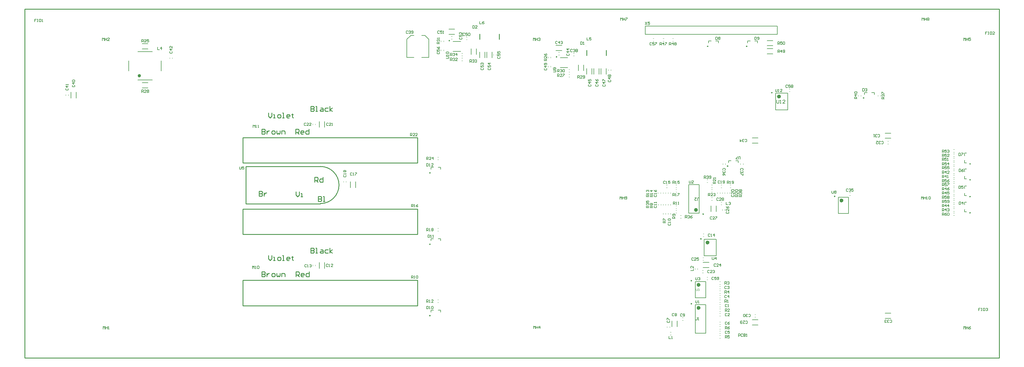
<source format=gto>
G04 Layer_Color=65535*
%FSLAX43Y43*%
%MOMM*%
G71*
G01*
G75*
%ADD27C,0.250*%
%ADD28C,0.200*%
%ADD29C,0.150*%
%ADD30C,0.500*%
%ADD34C,0.254*%
%ADD35C,0.178*%
%ADD36C,0.100*%
%ADD66C,0.600*%
D27*
X208250Y36675D02*
G03*
X208250Y36675I-125J0D01*
G01*
X124825Y57025D02*
G03*
X124825Y57025I-125J0D01*
G01*
X249400Y49780D02*
G03*
X249400Y49780I-125J0D01*
G01*
X230075Y81725D02*
G03*
X230075Y81725I-125J0D01*
G01*
X208950Y44315D02*
G03*
X208950Y44315I-125J0D01*
G01*
X205300Y23780D02*
G03*
X205300Y23780I-125J0D01*
G01*
X130800Y97775D02*
G03*
X130800Y97775I-125J0D01*
G01*
X258325Y80125D02*
G03*
X258325Y80125I-125J0D01*
G01*
X291100Y44700D02*
G03*
X291100Y44700I-125J0D01*
G01*
Y49700D02*
G03*
X291100Y49700I-125J0D01*
G01*
Y54900D02*
G03*
X291100Y54900I-125J0D01*
G01*
Y59800D02*
G03*
X291100Y59800I-125J0D01*
G01*
X210325Y96025D02*
G03*
X210325Y96025I-125J0D01*
G01*
X222325D02*
G03*
X222325Y96025I-125J0D01*
G01*
X205300Y16685D02*
G03*
X205300Y16685I-125J0D01*
G01*
X216455Y59095D02*
G03*
X216455Y59095I-125J0D01*
G01*
X163800Y92775D02*
G03*
X163800Y92775I-125J0D01*
G01*
X124825Y13025D02*
G03*
X124825Y13025I-125J0D01*
G01*
Y35025D02*
G03*
X124825Y35025I-125J0D01*
G01*
D28*
X34750Y94350D02*
X39250D01*
X34750Y85650D02*
X39250D01*
X42000Y88450D02*
Y91550D01*
X32000Y88450D02*
Y91550D01*
X209150Y31450D02*
Y36550D01*
X212850Y31450D02*
Y36550D01*
X209150D02*
X212850D01*
X209150Y31450D02*
X212850D01*
X125000Y58100D02*
Y58700D01*
X125800D01*
X128000Y58100D02*
Y58700D01*
X127200D02*
X128000D01*
X250400Y44500D02*
X253600D01*
X250400Y49500D02*
X253600D01*
Y44500D02*
Y49500D01*
X250400Y44500D02*
Y49500D01*
X231150Y76450D02*
X234850D01*
X231150Y81550D02*
X234850D01*
Y76450D02*
Y81550D01*
X231150Y76450D02*
Y81550D01*
X117600Y92600D02*
Y98150D01*
Y92600D02*
X119800D01*
X122200D02*
X124400D01*
Y98150D01*
X118850Y99400D02*
X119800D01*
X117600Y98150D02*
X118850Y99400D01*
X123150D02*
X124400Y98150D01*
X122200Y99400D02*
X123150D01*
X190980Y99730D02*
Y102270D01*
Y99730D02*
X231620D01*
Y102270D01*
X190980D02*
X231620D01*
X204400Y53375D02*
X207600D01*
X204400Y44625D02*
X207600D01*
X204400D02*
Y53375D01*
X207600Y44625D02*
Y53375D01*
X206400Y18500D02*
X209600D01*
X206400Y23500D02*
X209600D01*
Y18500D02*
Y23500D01*
X206400Y18500D02*
Y23500D01*
X142200Y92500D02*
Y94300D01*
X143800Y92500D02*
Y94300D01*
X228500Y97800D02*
X230300D01*
X228500Y96200D02*
X230300D01*
X131850Y97550D02*
X134150D01*
X131850Y94450D02*
X134150D01*
X200800Y9600D02*
Y11400D01*
X199200Y9600D02*
Y11400D01*
X92300Y27600D02*
Y29400D01*
X90700Y27600D02*
Y29400D01*
X100200Y52500D02*
Y54300D01*
X101800Y52500D02*
Y54300D01*
X92300Y71100D02*
Y72900D01*
X90700Y71100D02*
Y72900D01*
X208800Y27800D02*
X210600D01*
X208800Y29400D02*
X210600D01*
X211200Y45100D02*
Y46900D01*
X212800Y45100D02*
Y46900D01*
X223930Y11770D02*
X225730D01*
X223930Y10170D02*
X225730D01*
X264830Y67670D02*
X266630D01*
X264830Y69270D02*
X266630D01*
X264830Y13770D02*
X266630D01*
X264830Y12170D02*
X266630D01*
X223930Y66170D02*
X225730D01*
X223930Y67770D02*
X225730D01*
X14200Y80100D02*
Y81900D01*
X15800Y80100D02*
Y81900D01*
X163500Y94700D02*
X165300D01*
X163500Y96300D02*
X165300D01*
X173000Y87400D02*
Y89200D01*
X174600Y87400D02*
Y89200D01*
X175200Y87400D02*
Y89200D01*
X176800Y87400D02*
Y89200D01*
X177400Y87400D02*
Y89200D01*
X179000Y87400D02*
Y89200D01*
X130500Y99700D02*
X132300D01*
X130500Y101300D02*
X132300D01*
X140000Y92500D02*
Y94300D01*
X141600Y92500D02*
Y94300D01*
X258500Y81200D02*
Y81800D01*
X259300D01*
X261500Y81200D02*
Y81800D01*
X260700D02*
X261500D01*
X289300Y45000D02*
X289900D01*
X289300D02*
Y45800D01*
Y48000D02*
X289900D01*
X289300Y47200D02*
Y48000D01*
Y50000D02*
X289900D01*
X289300D02*
Y50800D01*
Y53000D02*
X289900D01*
X289300Y52200D02*
Y53000D01*
Y55200D02*
X289900D01*
X289300D02*
Y56000D01*
Y58200D02*
X289900D01*
X289300Y57400D02*
Y58200D01*
Y60100D02*
X289900D01*
X289300D02*
Y60900D01*
Y63100D02*
X289900D01*
X289300Y62300D02*
Y63100D01*
X210500Y97100D02*
Y97700D01*
X211300D01*
X213500Y97100D02*
Y97700D01*
X212700D02*
X213500D01*
X222500Y97100D02*
Y97700D01*
X223300D01*
X225500Y97100D02*
Y97700D01*
X224700D02*
X225500D01*
X36100Y96800D02*
X37900D01*
X36100Y95200D02*
X37900D01*
X36100Y84800D02*
X37900D01*
X36100Y83200D02*
X37900D01*
X170400Y88500D02*
Y90300D01*
X172000Y88500D02*
Y90300D01*
X137400Y93500D02*
Y95300D01*
X139000Y93500D02*
Y95300D01*
X228500Y95300D02*
X230300D01*
X228500Y93700D02*
X230300D01*
X206400Y7625D02*
X209600D01*
X206400Y16375D02*
X209600D01*
Y7625D02*
Y16375D01*
X206400Y7625D02*
Y16375D01*
X216630Y60170D02*
Y60770D01*
X217430D01*
X219630Y60170D02*
Y60770D01*
X218830D02*
X219630D01*
X164850Y92550D02*
X167150D01*
X164850Y89450D02*
X167150D01*
X125000Y14100D02*
Y14700D01*
X125800D01*
X128000Y14100D02*
Y14700D01*
X127200D02*
X128000D01*
X125000Y36100D02*
Y36700D01*
X125800D01*
X128000Y36100D02*
Y36700D01*
X127200D02*
X128000D01*
D29*
X40900Y95800D02*
Y95000D01*
X41433D01*
X42100D02*
Y95800D01*
X41700Y95400D01*
X42233D01*
X211600Y31050D02*
Y30383D01*
X211733Y30250D01*
X212000D01*
X212133Y30383D01*
Y31050D01*
X212800Y30250D02*
Y31050D01*
X212400Y30650D01*
X212933D01*
X140016Y103714D02*
Y102915D01*
X140550D01*
X141349Y103714D02*
X141083Y103581D01*
X140816Y103314D01*
Y103048D01*
X140949Y102915D01*
X141216D01*
X141349Y103048D01*
Y103181D01*
X141216Y103314D01*
X140816D01*
X123700Y59900D02*
Y59100D01*
X124100D01*
X124233Y59233D01*
Y59766D01*
X124100Y59900D01*
X123700D01*
X124500Y59100D02*
X124766D01*
X124633D01*
Y59900D01*
X124500Y59766D01*
X125699Y59100D02*
X125166D01*
X125699Y59633D01*
Y59766D01*
X125566Y59900D01*
X125299D01*
X125166Y59766D01*
X248435Y51486D02*
Y50819D01*
X248568Y50686D01*
X248834D01*
X248968Y50819D01*
Y51486D01*
X249234Y51352D02*
X249368Y51486D01*
X249634D01*
X249768Y51352D01*
Y51219D01*
X249634Y51086D01*
X249768Y50952D01*
Y50819D01*
X249634Y50686D01*
X249368D01*
X249234Y50819D01*
Y50952D01*
X249368Y51086D01*
X249234Y51219D01*
Y51352D01*
X249368Y51086D02*
X249634D01*
X137900Y102400D02*
Y101600D01*
X138300D01*
X138433Y101733D01*
Y102266D01*
X138300Y102400D01*
X137900D01*
X139233Y101600D02*
X138700D01*
X139233Y102133D01*
Y102266D01*
X139100Y102400D01*
X138833D01*
X138700Y102266D01*
X209100Y55300D02*
Y56100D01*
X209500D01*
X209633Y55966D01*
Y55700D01*
X209500Y55567D01*
X209100D01*
X209367D02*
X209633Y55300D01*
X209900Y55966D02*
X210033Y56100D01*
X210300D01*
X210433Y55966D01*
Y55833D01*
X210300Y55700D01*
X210166D01*
X210300D01*
X210433Y55567D01*
Y55433D01*
X210300Y55300D01*
X210033D01*
X209900Y55433D01*
X210699D02*
X210833Y55300D01*
X211099D01*
X211233Y55433D01*
Y55966D01*
X211099Y56100D01*
X210833D01*
X210699Y55966D01*
Y55833D01*
X210833Y55700D01*
X211233D01*
X70300Y71000D02*
Y71800D01*
X70567Y71533D01*
X70833Y71800D01*
Y71000D01*
X71100D02*
X71366D01*
X71233D01*
Y71800D01*
X71100Y71666D01*
X71766Y71000D02*
X72033D01*
X71899D01*
Y71800D01*
X71766Y71666D01*
X231100Y82800D02*
Y82133D01*
X231233Y82000D01*
X231500D01*
X231633Y82133D01*
Y82800D01*
X231900Y82000D02*
X232166D01*
X232033D01*
Y82800D01*
X231900Y82666D01*
X233099Y82000D02*
X232566D01*
X233099Y82533D01*
Y82666D01*
X232966Y82800D01*
X232699D01*
X232566Y82666D01*
X118700Y68400D02*
Y69200D01*
X119100D01*
X119233Y69066D01*
Y68800D01*
X119100Y68667D01*
X118700D01*
X118967D02*
X119233Y68400D01*
X120033D02*
X119500D01*
X120033Y68933D01*
Y69066D01*
X119900Y69200D01*
X119633D01*
X119500Y69066D01*
X120833Y68400D02*
X120299D01*
X120833Y68933D01*
Y69066D01*
X120699Y69200D01*
X120433D01*
X120299Y69066D01*
X215900Y48000D02*
Y47200D01*
X216433D01*
X216700Y47866D02*
X216833Y48000D01*
X217100D01*
X217233Y47866D01*
Y47733D01*
X217100Y47600D01*
X216966D01*
X217100D01*
X217233Y47467D01*
Y47333D01*
X217100Y47200D01*
X216833D01*
X216700Y47333D01*
X117933Y100666D02*
X117800Y100800D01*
X117533D01*
X117400Y100666D01*
Y100133D01*
X117533Y100000D01*
X117800D01*
X117933Y100133D01*
X118200Y100666D02*
X118333Y100800D01*
X118600D01*
X118733Y100666D01*
Y100533D01*
X118600Y100400D01*
X118466D01*
X118600D01*
X118733Y100267D01*
Y100133D01*
X118600Y100000D01*
X118333D01*
X118200Y100133D01*
X118999D02*
X119133Y100000D01*
X119399D01*
X119533Y100133D01*
Y100666D01*
X119399Y100800D01*
X119133D01*
X118999Y100666D01*
Y100533D01*
X119133Y100400D01*
X119533D01*
X191000Y103500D02*
X191533Y102700D01*
Y103500D02*
X191000Y102700D01*
X192333Y103500D02*
X191800D01*
Y103100D01*
X192066Y103233D01*
X192200D01*
X192333Y103100D01*
Y102833D01*
X192200Y102700D01*
X191933D01*
X191800Y102833D01*
X294133Y15300D02*
X293600D01*
Y14900D01*
X293867D01*
X293600D01*
Y14500D01*
X294400Y15300D02*
X294666D01*
X294533D01*
Y14500D01*
X294400D01*
X294666D01*
X295066Y15300D02*
Y14500D01*
X295466D01*
X295599Y14633D01*
Y15166D01*
X295466Y15300D01*
X295066D01*
X295866Y15166D02*
X295999Y15300D01*
X296266D01*
X296399Y15166D01*
Y15033D01*
X296266Y14900D01*
X296133D01*
X296266D01*
X296399Y14767D01*
Y14633D01*
X296266Y14500D01*
X295999D01*
X295866Y14633D01*
X204500Y54600D02*
Y53933D01*
X204633Y53800D01*
X204900D01*
X205033Y53933D01*
Y54600D01*
X205833Y53800D02*
X205300D01*
X205833Y54333D01*
Y54466D01*
X205700Y54600D01*
X205433D01*
X205300Y54466D01*
X206500Y24800D02*
Y24133D01*
X206633Y24000D01*
X206900D01*
X207033Y24133D01*
Y24800D01*
X207300Y24666D02*
X207433Y24800D01*
X207700D01*
X207833Y24666D01*
Y24533D01*
X207700Y24400D01*
X207566D01*
X207700D01*
X207833Y24267D01*
Y24133D01*
X207700Y24000D01*
X207433D01*
X207300Y24133D01*
X142734Y89333D02*
X142600Y89200D01*
Y88933D01*
X142734Y88800D01*
X143267D01*
X143400Y88933D01*
Y89200D01*
X143267Y89333D01*
X142600Y90133D02*
Y89600D01*
X143000D01*
X142867Y89866D01*
Y90000D01*
X143000Y90133D01*
X143267D01*
X143400Y90000D01*
Y89733D01*
X143267Y89600D01*
X143400Y90799D02*
X142600D01*
X143000Y90399D01*
Y90933D01*
X212033Y24766D02*
X211900Y24900D01*
X211633D01*
X211500Y24766D01*
Y24233D01*
X211633Y24100D01*
X211900D01*
X212033Y24233D01*
X212833Y24900D02*
X212300D01*
Y24500D01*
X212566Y24633D01*
X212700D01*
X212833Y24500D01*
Y24233D01*
X212700Y24100D01*
X212433D01*
X212300Y24233D01*
X213099D02*
X213233Y24100D01*
X213499D01*
X213633Y24233D01*
Y24766D01*
X213499Y24900D01*
X213233D01*
X213099Y24766D01*
Y24633D01*
X213233Y24500D01*
X213633D01*
X66100Y58900D02*
Y58233D01*
X66233Y58100D01*
X66500D01*
X66633Y58233D01*
Y58900D01*
X67433D02*
X66900D01*
Y58500D01*
X67166Y58633D01*
X67300D01*
X67433Y58500D01*
Y58233D01*
X67300Y58100D01*
X67033D01*
X66900Y58233D01*
X156600Y9000D02*
Y9800D01*
X156867Y9533D01*
X157133Y9800D01*
Y9000D01*
X157400Y9800D02*
Y9000D01*
Y9400D01*
X157933D01*
Y9800D01*
Y9000D01*
X158599D02*
Y9800D01*
X158199Y9400D01*
X158733D01*
X276000Y48900D02*
Y49700D01*
X276267Y49433D01*
X276533Y49700D01*
Y48900D01*
X276800Y49700D02*
Y48900D01*
Y49300D01*
X277333D01*
Y49700D01*
Y48900D01*
X277599D02*
X277866D01*
X277733D01*
Y49700D01*
X277599Y49566D01*
X278266D02*
X278399Y49700D01*
X278666D01*
X278799Y49566D01*
Y49033D01*
X278666Y48900D01*
X278399D01*
X278266Y49033D01*
Y49566D01*
X231800Y96600D02*
Y97400D01*
X232200D01*
X232333Y97266D01*
Y97000D01*
X232200Y96867D01*
X231800D01*
X232067D02*
X232333Y96600D01*
X233133Y97400D02*
X232600D01*
Y97000D01*
X232866Y97133D01*
X233000D01*
X233133Y97000D01*
Y96733D01*
X233000Y96600D01*
X232733D01*
X232600Y96733D01*
X233399Y97266D02*
X233533Y97400D01*
X233799D01*
X233933Y97266D01*
Y96733D01*
X233799Y96600D01*
X233533D01*
X233399Y96733D01*
Y97266D01*
X129700Y92300D02*
X130367D01*
X130500Y92433D01*
Y92700D01*
X130367Y92833D01*
X129700D01*
X130500Y93100D02*
Y93366D01*
Y93233D01*
X129700D01*
X129834Y93100D01*
Y93766D02*
X129700Y93899D01*
Y94166D01*
X129834Y94299D01*
X130367D01*
X130500Y94166D01*
Y93899D01*
X130367Y93766D01*
X129834D01*
X282400Y43900D02*
Y44700D01*
X282800D01*
X282933Y44566D01*
Y44300D01*
X282800Y44167D01*
X282400D01*
X282667D02*
X282933Y43900D01*
X283733Y44700D02*
X283466Y44566D01*
X283200Y44300D01*
Y44033D01*
X283333Y43900D01*
X283600D01*
X283733Y44033D01*
Y44167D01*
X283600Y44300D01*
X283200D01*
X283999Y44566D02*
X284133Y44700D01*
X284399D01*
X284533Y44566D01*
Y44033D01*
X284399Y43900D01*
X284133D01*
X283999Y44033D01*
Y44566D01*
X282400Y47800D02*
Y48600D01*
X282800D01*
X282933Y48466D01*
Y48200D01*
X282800Y48067D01*
X282400D01*
X282667D02*
X282933Y47800D01*
X283733Y48600D02*
X283200D01*
Y48200D01*
X283466Y48333D01*
X283600D01*
X283733Y48200D01*
Y47933D01*
X283600Y47800D01*
X283333D01*
X283200Y47933D01*
X283999D02*
X284133Y47800D01*
X284399D01*
X284533Y47933D01*
Y48466D01*
X284399Y48600D01*
X284133D01*
X283999Y48466D01*
Y48333D01*
X284133Y48200D01*
X284533D01*
X282400Y49100D02*
Y49900D01*
X282800D01*
X282933Y49766D01*
Y49500D01*
X282800Y49367D01*
X282400D01*
X282667D02*
X282933Y49100D01*
X283733Y49900D02*
X283200D01*
Y49500D01*
X283466Y49633D01*
X283600D01*
X283733Y49500D01*
Y49233D01*
X283600Y49100D01*
X283333D01*
X283200Y49233D01*
X283999Y49766D02*
X284133Y49900D01*
X284399D01*
X284533Y49766D01*
Y49633D01*
X284399Y49500D01*
X284533Y49367D01*
Y49233D01*
X284399Y49100D01*
X284133D01*
X283999Y49233D01*
Y49367D01*
X284133Y49500D01*
X283999Y49633D01*
Y49766D01*
X284133Y49500D02*
X284399D01*
X282400Y53000D02*
Y53800D01*
X282800D01*
X282933Y53666D01*
Y53400D01*
X282800Y53267D01*
X282400D01*
X282667D02*
X282933Y53000D01*
X283733Y53800D02*
X283200D01*
Y53400D01*
X283466Y53533D01*
X283600D01*
X283733Y53400D01*
Y53133D01*
X283600Y53000D01*
X283333D01*
X283200Y53133D01*
X283999Y53800D02*
X284533D01*
Y53666D01*
X283999Y53133D01*
Y53000D01*
X282400Y54200D02*
Y55000D01*
X282800D01*
X282933Y54866D01*
Y54600D01*
X282800Y54467D01*
X282400D01*
X282667D02*
X282933Y54200D01*
X283733Y55000D02*
X283200D01*
Y54600D01*
X283466Y54733D01*
X283600D01*
X283733Y54600D01*
Y54333D01*
X283600Y54200D01*
X283333D01*
X283200Y54333D01*
X284533Y55000D02*
X284266Y54866D01*
X283999Y54600D01*
Y54333D01*
X284133Y54200D01*
X284399D01*
X284533Y54333D01*
Y54467D01*
X284399Y54600D01*
X283999D01*
X282400Y58200D02*
Y59000D01*
X282800D01*
X282933Y58866D01*
Y58600D01*
X282800Y58467D01*
X282400D01*
X282667D02*
X282933Y58200D01*
X283733Y59000D02*
X283200D01*
Y58600D01*
X283466Y58733D01*
X283600D01*
X283733Y58600D01*
Y58333D01*
X283600Y58200D01*
X283333D01*
X283200Y58333D01*
X284533Y59000D02*
X283999D01*
Y58600D01*
X284266Y58733D01*
X284399D01*
X284533Y58600D01*
Y58333D01*
X284399Y58200D01*
X284133D01*
X283999Y58333D01*
X282400Y59400D02*
Y60200D01*
X282800D01*
X282933Y60066D01*
Y59800D01*
X282800Y59667D01*
X282400D01*
X282667D02*
X282933Y59400D01*
X283733Y60200D02*
X283200D01*
Y59800D01*
X283466Y59933D01*
X283600D01*
X283733Y59800D01*
Y59533D01*
X283600Y59400D01*
X283333D01*
X283200Y59533D01*
X284399Y59400D02*
Y60200D01*
X283999Y59800D01*
X284533D01*
X282400Y63300D02*
Y64100D01*
X282800D01*
X282933Y63966D01*
Y63700D01*
X282800Y63567D01*
X282400D01*
X282667D02*
X282933Y63300D01*
X283733Y64100D02*
X283200D01*
Y63700D01*
X283466Y63833D01*
X283600D01*
X283733Y63700D01*
Y63433D01*
X283600Y63300D01*
X283333D01*
X283200Y63433D01*
X283999Y63966D02*
X284133Y64100D01*
X284399D01*
X284533Y63966D01*
Y63833D01*
X284399Y63700D01*
X284266D01*
X284399D01*
X284533Y63567D01*
Y63433D01*
X284399Y63300D01*
X284133D01*
X283999Y63433D01*
X282400Y62000D02*
Y62800D01*
X282800D01*
X282933Y62666D01*
Y62400D01*
X282800Y62267D01*
X282400D01*
X282667D02*
X282933Y62000D01*
X283733Y62800D02*
X283200D01*
Y62400D01*
X283466Y62533D01*
X283600D01*
X283733Y62400D01*
Y62133D01*
X283600Y62000D01*
X283333D01*
X283200Y62133D01*
X284533Y62000D02*
X283999D01*
X284533Y62533D01*
Y62666D01*
X284399Y62800D01*
X284133D01*
X283999Y62666D01*
X282400Y60800D02*
Y61600D01*
X282800D01*
X282933Y61466D01*
Y61200D01*
X282800Y61067D01*
X282400D01*
X282667D02*
X282933Y60800D01*
X283733Y61600D02*
X283200D01*
Y61200D01*
X283466Y61333D01*
X283600D01*
X283733Y61200D01*
Y60933D01*
X283600Y60800D01*
X283333D01*
X283200Y60933D01*
X283999Y60800D02*
X284266D01*
X284133D01*
Y61600D01*
X283999Y61466D01*
X282400Y56800D02*
Y57600D01*
X282800D01*
X282933Y57466D01*
Y57200D01*
X282800Y57067D01*
X282400D01*
X282667D02*
X282933Y56800D01*
X283600D02*
Y57600D01*
X283200Y57200D01*
X283733D01*
X284533Y56800D02*
X283999D01*
X284533Y57333D01*
Y57466D01*
X284399Y57600D01*
X284133D01*
X283999Y57466D01*
X282400Y55500D02*
Y56300D01*
X282800D01*
X282933Y56166D01*
Y55900D01*
X282800Y55767D01*
X282400D01*
X282667D02*
X282933Y55500D01*
X283600D02*
Y56300D01*
X283200Y55900D01*
X283733D01*
X283999Y55500D02*
X284266D01*
X284133D01*
Y56300D01*
X283999Y56166D01*
X289000Y8900D02*
Y9700D01*
X289267Y9433D01*
X289533Y9700D01*
Y8900D01*
X289800Y9700D02*
Y8900D01*
Y9300D01*
X290333D01*
Y9700D01*
Y8900D01*
X291133Y9700D02*
X290866Y9566D01*
X290599Y9300D01*
Y9033D01*
X290733Y8900D01*
X290999D01*
X291133Y9033D01*
Y9167D01*
X290999Y9300D01*
X290599D01*
X289000Y97800D02*
Y98600D01*
X289267Y98333D01*
X289533Y98600D01*
Y97800D01*
X289800Y98600D02*
Y97800D01*
Y98200D01*
X290333D01*
Y98600D01*
Y97800D01*
X291133Y98600D02*
X290599D01*
Y98200D01*
X290866Y98333D01*
X290999D01*
X291133Y98200D01*
Y97933D01*
X290999Y97800D01*
X290733D01*
X290599Y97933D01*
X216133Y16366D02*
X216000Y16500D01*
X215733D01*
X215600Y16366D01*
Y15833D01*
X215733Y15700D01*
X216000D01*
X216133Y15833D01*
X216400Y15700D02*
X216666D01*
X216533D01*
Y16500D01*
X216400Y16366D01*
X216133Y13566D02*
X216000Y13700D01*
X215733D01*
X215600Y13566D01*
Y13033D01*
X215733Y12900D01*
X216000D01*
X216133Y13033D01*
X216933Y12900D02*
X216400D01*
X216933Y13433D01*
Y13566D01*
X216800Y13700D01*
X216533D01*
X216400Y13566D01*
X216033Y21966D02*
X215900Y22100D01*
X215633D01*
X215500Y21966D01*
Y21433D01*
X215633Y21300D01*
X215900D01*
X216033Y21433D01*
X216300Y21966D02*
X216433Y22100D01*
X216700D01*
X216833Y21966D01*
Y21833D01*
X216700Y21700D01*
X216566D01*
X216700D01*
X216833Y21567D01*
Y21433D01*
X216700Y21300D01*
X216433D01*
X216300Y21433D01*
X216033Y19166D02*
X215900Y19300D01*
X215633D01*
X215500Y19166D01*
Y18633D01*
X215633Y18500D01*
X215900D01*
X216033Y18633D01*
X216700Y18500D02*
Y19300D01*
X216300Y18900D01*
X216833D01*
X216133Y8166D02*
X216000Y8300D01*
X215733D01*
X215600Y8166D01*
Y7633D01*
X215733Y7500D01*
X216000D01*
X216133Y7633D01*
X216933Y8300D02*
X216400D01*
Y7900D01*
X216666Y8033D01*
X216800D01*
X216933Y7900D01*
Y7633D01*
X216800Y7500D01*
X216533D01*
X216400Y7633D01*
X216133Y10966D02*
X216000Y11100D01*
X215733D01*
X215600Y10966D01*
Y10433D01*
X215733Y10300D01*
X216000D01*
X216133Y10433D01*
X216933Y11100D02*
X216666Y10966D01*
X216400Y10700D01*
Y10433D01*
X216533Y10300D01*
X216800D01*
X216933Y10433D01*
Y10567D01*
X216800Y10700D01*
X216400D01*
X197834Y11433D02*
X197700Y11300D01*
Y11033D01*
X197834Y10900D01*
X198367D01*
X198500Y11033D01*
Y11300D01*
X198367Y11433D01*
X197700Y11700D02*
Y12233D01*
X197834D01*
X198367Y11700D01*
X198500D01*
X199833Y13566D02*
X199700Y13700D01*
X199433D01*
X199300Y13566D01*
Y13033D01*
X199433Y12900D01*
X199700D01*
X199833Y13033D01*
X200100Y13566D02*
X200233Y13700D01*
X200500D01*
X200633Y13566D01*
Y13433D01*
X200500Y13300D01*
X200633Y13167D01*
Y13033D01*
X200500Y12900D01*
X200233D01*
X200100Y13033D01*
Y13167D01*
X200233Y13300D01*
X200100Y13433D01*
Y13566D01*
X200233Y13300D02*
X200500D01*
X202333Y13466D02*
X202200Y13600D01*
X201933D01*
X201800Y13466D01*
Y12933D01*
X201933Y12800D01*
X202200D01*
X202333Y12933D01*
X202600D02*
X202733Y12800D01*
X203000D01*
X203133Y12933D01*
Y13466D01*
X203000Y13600D01*
X202733D01*
X202600Y13466D01*
Y13333D01*
X202733Y13200D01*
X203133D01*
X198134Y41433D02*
X198000Y41300D01*
Y41033D01*
X198134Y40900D01*
X198667D01*
X198800Y41033D01*
Y41300D01*
X198667Y41433D01*
X198800Y41700D02*
Y41966D01*
Y41833D01*
X198000D01*
X198134Y41700D01*
Y42366D02*
X198000Y42499D01*
Y42766D01*
X198134Y42899D01*
X198667D01*
X198800Y42766D01*
Y42499D01*
X198667Y42366D01*
X198134D01*
X193834Y46833D02*
X193700Y46700D01*
Y46433D01*
X193834Y46300D01*
X194367D01*
X194500Y46433D01*
Y46700D01*
X194367Y46833D01*
X194500Y47100D02*
Y47366D01*
Y47233D01*
X193700D01*
X193834Y47100D01*
X194500Y47766D02*
Y48033D01*
Y47899D01*
X193700D01*
X193834Y47766D01*
X93333Y28766D02*
X93200Y28900D01*
X92933D01*
X92800Y28766D01*
Y28233D01*
X92933Y28100D01*
X93200D01*
X93333Y28233D01*
X93600Y28100D02*
X93866D01*
X93733D01*
Y28900D01*
X93600Y28766D01*
X94799Y28100D02*
X94266D01*
X94799Y28633D01*
Y28766D01*
X94666Y28900D01*
X94399D01*
X94266Y28766D01*
X86733Y28666D02*
X86600Y28800D01*
X86333D01*
X86200Y28666D01*
Y28133D01*
X86333Y28000D01*
X86600D01*
X86733Y28133D01*
X87000Y28000D02*
X87266D01*
X87133D01*
Y28800D01*
X87000Y28666D01*
X87666D02*
X87799Y28800D01*
X88066D01*
X88199Y28666D01*
Y28533D01*
X88066Y28400D01*
X87933D01*
X88066D01*
X88199Y28267D01*
Y28133D01*
X88066Y28000D01*
X87799D01*
X87666Y28133D01*
X210933Y38066D02*
X210800Y38200D01*
X210533D01*
X210400Y38066D01*
Y37533D01*
X210533Y37400D01*
X210800D01*
X210933Y37533D01*
X211200Y37400D02*
X211466D01*
X211333D01*
Y38200D01*
X211200Y38066D01*
X212266Y37400D02*
Y38200D01*
X211866Y37800D01*
X212399D01*
X197133Y54366D02*
X197000Y54500D01*
X196733D01*
X196600Y54366D01*
Y53833D01*
X196733Y53700D01*
X197000D01*
X197133Y53833D01*
X197400Y53700D02*
X197666D01*
X197533D01*
Y54500D01*
X197400Y54366D01*
X198599Y54500D02*
X198066D01*
Y54100D01*
X198333Y54233D01*
X198466D01*
X198599Y54100D01*
Y53833D01*
X198466Y53700D01*
X198199D01*
X198066Y53833D01*
X193834Y50233D02*
X193700Y50100D01*
Y49833D01*
X193834Y49700D01*
X194367D01*
X194500Y49833D01*
Y50100D01*
X194367Y50233D01*
X194500Y50500D02*
Y50766D01*
Y50633D01*
X193700D01*
X193834Y50500D01*
X193700Y51699D02*
X193834Y51433D01*
X194100Y51166D01*
X194367D01*
X194500Y51299D01*
Y51566D01*
X194367Y51699D01*
X194233D01*
X194100Y51566D01*
Y51166D01*
X100726Y56919D02*
X100592Y57053D01*
X100326D01*
X100193Y56919D01*
Y56386D01*
X100326Y56253D01*
X100592D01*
X100726Y56386D01*
X100992Y56253D02*
X101259D01*
X101126D01*
Y57053D01*
X100992Y56919D01*
X101659Y57053D02*
X102192D01*
Y56919D01*
X101659Y56386D01*
Y56253D01*
X98234Y56333D02*
X98100Y56200D01*
Y55933D01*
X98234Y55800D01*
X98767D01*
X98900Y55933D01*
Y56200D01*
X98767Y56333D01*
X98900Y56600D02*
Y56866D01*
Y56733D01*
X98100D01*
X98234Y56600D01*
Y57266D02*
X98100Y57399D01*
Y57666D01*
X98234Y57799D01*
X98367D01*
X98500Y57666D01*
X98633Y57799D01*
X98767D01*
X98900Y57666D01*
Y57399D01*
X98767Y57266D01*
X98633D01*
X98500Y57399D01*
X98367Y57266D01*
X98234D01*
X98500Y57399D02*
Y57666D01*
X213933Y54466D02*
X213800Y54600D01*
X213533D01*
X213400Y54466D01*
Y53933D01*
X213533Y53800D01*
X213800D01*
X213933Y53933D01*
X214200Y53800D02*
X214466D01*
X214333D01*
Y54600D01*
X214200Y54466D01*
X214866Y53933D02*
X214999Y53800D01*
X215266D01*
X215399Y53933D01*
Y54466D01*
X215266Y54600D01*
X214999D01*
X214866Y54466D01*
Y54333D01*
X214999Y54200D01*
X215399D01*
X217634Y50233D02*
X217500Y50100D01*
Y49833D01*
X217634Y49700D01*
X218167D01*
X218300Y49833D01*
Y50100D01*
X218167Y50233D01*
X218300Y51033D02*
Y50500D01*
X217767Y51033D01*
X217634D01*
X217500Y50900D01*
Y50633D01*
X217634Y50500D01*
Y51299D02*
X217500Y51433D01*
Y51699D01*
X217634Y51833D01*
X218167D01*
X218300Y51699D01*
Y51433D01*
X218167Y51299D01*
X217634D01*
X93433Y72266D02*
X93300Y72400D01*
X93033D01*
X92900Y72266D01*
Y71733D01*
X93033Y71600D01*
X93300D01*
X93433Y71733D01*
X94233Y71600D02*
X93700D01*
X94233Y72133D01*
Y72266D01*
X94100Y72400D01*
X93833D01*
X93700Y72266D01*
X94499Y71600D02*
X94766D01*
X94633D01*
Y72400D01*
X94499Y72266D01*
X86533D02*
X86400Y72400D01*
X86133D01*
X86000Y72266D01*
Y71733D01*
X86133Y71600D01*
X86400D01*
X86533Y71733D01*
X87333Y71600D02*
X86800D01*
X87333Y72133D01*
Y72266D01*
X87200Y72400D01*
X86933D01*
X86800Y72266D01*
X88133Y71600D02*
X87599D01*
X88133Y72133D01*
Y72266D01*
X87999Y72400D01*
X87733D01*
X87599Y72266D01*
X210733Y26866D02*
X210600Y27000D01*
X210333D01*
X210200Y26866D01*
Y26333D01*
X210333Y26200D01*
X210600D01*
X210733Y26333D01*
X211533Y26200D02*
X211000D01*
X211533Y26733D01*
Y26866D01*
X211400Y27000D01*
X211133D01*
X211000Y26866D01*
X211799D02*
X211933Y27000D01*
X212199D01*
X212333Y26866D01*
Y26733D01*
X212199Y26600D01*
X212066D01*
X212199D01*
X212333Y26467D01*
Y26333D01*
X212199Y26200D01*
X211933D01*
X211799Y26333D01*
X212733Y28866D02*
X212600Y29000D01*
X212333D01*
X212200Y28866D01*
Y28333D01*
X212333Y28200D01*
X212600D01*
X212733Y28333D01*
X213533Y28200D02*
X213000D01*
X213533Y28733D01*
Y28866D01*
X213400Y29000D01*
X213133D01*
X213000Y28866D01*
X214199Y28200D02*
Y29000D01*
X213799Y28600D01*
X214333D01*
X205833Y30716D02*
X205700Y30850D01*
X205433D01*
X205300Y30716D01*
Y30183D01*
X205433Y30050D01*
X205700D01*
X205833Y30183D01*
X206633Y30050D02*
X206100D01*
X206633Y30583D01*
Y30716D01*
X206500Y30850D01*
X206233D01*
X206100Y30716D01*
X207433Y30850D02*
X206899D01*
Y30450D01*
X207166Y30583D01*
X207299D01*
X207433Y30450D01*
Y30183D01*
X207299Y30050D01*
X207033D01*
X206899Y30183D01*
X216034Y45033D02*
X215900Y44900D01*
Y44633D01*
X216034Y44500D01*
X216567D01*
X216700Y44633D01*
Y44900D01*
X216567Y45033D01*
X216700Y45833D02*
Y45300D01*
X216167Y45833D01*
X216034D01*
X215900Y45700D01*
Y45433D01*
X216034Y45300D01*
X215900Y46633D02*
X216034Y46366D01*
X216300Y46099D01*
X216567D01*
X216700Y46233D01*
Y46499D01*
X216567Y46633D01*
X216433D01*
X216300Y46499D01*
Y46099D01*
X211533Y43366D02*
X211400Y43500D01*
X211133D01*
X211000Y43366D01*
Y42833D01*
X211133Y42700D01*
X211400D01*
X211533Y42833D01*
X212333Y42700D02*
X211800D01*
X212333Y43233D01*
Y43366D01*
X212200Y43500D01*
X211933D01*
X211800Y43366D01*
X212599Y43500D02*
X213133D01*
Y43366D01*
X212599Y42833D01*
Y42700D01*
X213533Y49166D02*
X213400Y49300D01*
X213133D01*
X213000Y49166D01*
Y48633D01*
X213133Y48500D01*
X213400D01*
X213533Y48633D01*
X214333Y48500D02*
X213800D01*
X214333Y49033D01*
Y49166D01*
X214200Y49300D01*
X213933D01*
X213800Y49166D01*
X214599D02*
X214733Y49300D01*
X214999D01*
X215133Y49166D01*
Y49033D01*
X214999Y48900D01*
X215133Y48767D01*
Y48633D01*
X214999Y48500D01*
X214733D01*
X214599Y48633D01*
Y48767D01*
X214733Y48900D01*
X214599Y49033D01*
Y49166D01*
X214733Y48900D02*
X214999D01*
X221897Y10704D02*
X222030Y10570D01*
X222297D01*
X222430Y10704D01*
Y11237D01*
X222297Y11370D01*
X222030D01*
X221897Y11237D01*
X221097Y11370D02*
X221630D01*
X221097Y10837D01*
Y10704D01*
X221230Y10570D01*
X221497D01*
X221630Y10704D01*
X220831Y11237D02*
X220697Y11370D01*
X220431D01*
X220297Y11237D01*
Y10704D01*
X220431Y10570D01*
X220697D01*
X220831Y10704D01*
Y10837D01*
X220697Y10970D01*
X220297D01*
X222797Y12804D02*
X222930Y12670D01*
X223197D01*
X223330Y12804D01*
Y13337D01*
X223197Y13470D01*
X222930D01*
X222797Y13337D01*
X222530Y12804D02*
X222397Y12670D01*
X222130D01*
X221997Y12804D01*
Y12937D01*
X222130Y13070D01*
X222264D01*
X222130D01*
X221997Y13203D01*
Y13337D01*
X222130Y13470D01*
X222397D01*
X222530Y13337D01*
X221731Y12804D02*
X221597Y12670D01*
X221331D01*
X221197Y12804D01*
Y13337D01*
X221331Y13470D01*
X221597D01*
X221731Y13337D01*
Y12804D01*
X262597Y68204D02*
X262730Y68070D01*
X262997D01*
X263130Y68204D01*
Y68737D01*
X262997Y68870D01*
X262730D01*
X262597Y68737D01*
X262330Y68204D02*
X262197Y68070D01*
X261930D01*
X261797Y68204D01*
Y68337D01*
X261930Y68470D01*
X262064D01*
X261930D01*
X261797Y68603D01*
Y68737D01*
X261930Y68870D01*
X262197D01*
X262330Y68737D01*
X261531Y68870D02*
X261264D01*
X261397D01*
Y68070D01*
X261531Y68204D01*
X263697Y66104D02*
X263830Y65970D01*
X264097D01*
X264230Y66104D01*
Y66637D01*
X264097Y66770D01*
X263830D01*
X263697Y66637D01*
X263430Y66104D02*
X263297Y65970D01*
X263030D01*
X262897Y66104D01*
Y66237D01*
X263030Y66370D01*
X263164D01*
X263030D01*
X262897Y66503D01*
Y66637D01*
X263030Y66770D01*
X263297D01*
X263430Y66637D01*
X262097Y66770D02*
X262631D01*
X262097Y66237D01*
Y66104D01*
X262231Y65970D01*
X262497D01*
X262631Y66104D01*
X266297Y11004D02*
X266430Y10870D01*
X266697D01*
X266830Y11004D01*
Y11537D01*
X266697Y11670D01*
X266430D01*
X266297Y11537D01*
X266030Y11004D02*
X265897Y10870D01*
X265630D01*
X265497Y11004D01*
Y11137D01*
X265630Y11270D01*
X265764D01*
X265630D01*
X265497Y11403D01*
Y11537D01*
X265630Y11670D01*
X265897D01*
X266030Y11537D01*
X265231Y11004D02*
X265097Y10870D01*
X264831D01*
X264697Y11004D01*
Y11137D01*
X264831Y11270D01*
X264964D01*
X264831D01*
X264697Y11403D01*
Y11537D01*
X264831Y11670D01*
X265097D01*
X265231Y11537D01*
X221697Y66704D02*
X221830Y66570D01*
X222097D01*
X222230Y66704D01*
Y67237D01*
X222097Y67370D01*
X221830D01*
X221697Y67237D01*
X221430Y66704D02*
X221297Y66570D01*
X221030D01*
X220897Y66704D01*
Y66837D01*
X221030Y66970D01*
X221164D01*
X221030D01*
X220897Y67103D01*
Y67237D01*
X221030Y67370D01*
X221297D01*
X221430Y67237D01*
X220231Y67370D02*
Y66570D01*
X220631Y66970D01*
X220097D01*
X253433Y51966D02*
X253300Y52100D01*
X253033D01*
X252900Y51966D01*
Y51433D01*
X253033Y51300D01*
X253300D01*
X253433Y51433D01*
X253700Y51966D02*
X253833Y52100D01*
X254100D01*
X254233Y51966D01*
Y51833D01*
X254100Y51700D01*
X253966D01*
X254100D01*
X254233Y51567D01*
Y51433D01*
X254100Y51300D01*
X253833D01*
X253700Y51433D01*
X255033Y52100D02*
X254499D01*
Y51700D01*
X254766Y51833D01*
X254899D01*
X255033Y51700D01*
Y51433D01*
X254899Y51300D01*
X254633D01*
X254499Y51433D01*
X215496Y57837D02*
X215630Y57970D01*
Y58237D01*
X215496Y58370D01*
X214963D01*
X214830Y58237D01*
Y57970D01*
X214963Y57837D01*
X215496Y57570D02*
X215630Y57437D01*
Y57170D01*
X215496Y57037D01*
X215363D01*
X215230Y57170D01*
Y57304D01*
Y57170D01*
X215097Y57037D01*
X214963D01*
X214830Y57170D01*
Y57437D01*
X214963Y57570D01*
X215630Y56237D02*
X215496Y56504D01*
X215230Y56771D01*
X214963D01*
X214830Y56637D01*
Y56371D01*
X214963Y56237D01*
X215097D01*
X215230Y56371D01*
Y56771D01*
X220996Y57837D02*
X221130Y57970D01*
Y58237D01*
X220996Y58370D01*
X220463D01*
X220330Y58237D01*
Y57970D01*
X220463Y57837D01*
X220996Y57570D02*
X221130Y57437D01*
Y57170D01*
X220996Y57037D01*
X220863D01*
X220730Y57170D01*
Y57304D01*
Y57170D01*
X220597Y57037D01*
X220463D01*
X220330Y57170D01*
Y57437D01*
X220463Y57570D01*
X221130Y56771D02*
Y56237D01*
X220996D01*
X220463Y56771D01*
X220330D01*
X168533Y94966D02*
X168400Y95100D01*
X168133D01*
X168000Y94966D01*
Y94433D01*
X168133Y94300D01*
X168400D01*
X168533Y94433D01*
X168800Y94966D02*
X168933Y95100D01*
X169200D01*
X169333Y94966D01*
Y94833D01*
X169200Y94700D01*
X169066D01*
X169200D01*
X169333Y94567D01*
Y94433D01*
X169200Y94300D01*
X168933D01*
X168800Y94433D01*
X169599Y94966D02*
X169733Y95100D01*
X169999D01*
X170133Y94966D01*
Y94833D01*
X169999Y94700D01*
X170133Y94567D01*
Y94433D01*
X169999Y94300D01*
X169733D01*
X169599Y94433D01*
Y94567D01*
X169733Y94700D01*
X169599Y94833D01*
Y94966D01*
X169733Y94700D02*
X169999D01*
X14734Y84033D02*
X14600Y83900D01*
Y83633D01*
X14734Y83500D01*
X15267D01*
X15400Y83633D01*
Y83900D01*
X15267Y84033D01*
X15400Y84700D02*
X14600D01*
X15000Y84300D01*
Y84833D01*
X14734Y85099D02*
X14600Y85233D01*
Y85499D01*
X14734Y85633D01*
X15267D01*
X15400Y85499D01*
Y85233D01*
X15267Y85099D01*
X14734D01*
X12734Y83033D02*
X12600Y82900D01*
Y82633D01*
X12734Y82500D01*
X13267D01*
X13400Y82633D01*
Y82900D01*
X13267Y83033D01*
X13400Y83700D02*
X12600D01*
X13000Y83300D01*
Y83833D01*
X13400Y84099D02*
Y84366D01*
Y84233D01*
X12600D01*
X12734Y84099D01*
X44734Y94433D02*
X44600Y94300D01*
Y94033D01*
X44734Y93900D01*
X45267D01*
X45400Y94033D01*
Y94300D01*
X45267Y94433D01*
X45400Y95100D02*
X44600D01*
X45000Y94700D01*
Y95233D01*
X45400Y96033D02*
Y95499D01*
X44867Y96033D01*
X44734D01*
X44600Y95899D01*
Y95633D01*
X44734Y95499D01*
X163933Y97466D02*
X163800Y97600D01*
X163533D01*
X163400Y97466D01*
Y96933D01*
X163533Y96800D01*
X163800D01*
X163933Y96933D01*
X164600Y96800D02*
Y97600D01*
X164200Y97200D01*
X164733D01*
X164999Y97466D02*
X165133Y97600D01*
X165399D01*
X165533Y97466D01*
Y97333D01*
X165399Y97200D01*
X165266D01*
X165399D01*
X165533Y97067D01*
Y96933D01*
X165399Y96800D01*
X165133D01*
X164999Y96933D01*
X166934Y93733D02*
X166800Y93600D01*
Y93333D01*
X166934Y93200D01*
X167467D01*
X167600Y93333D01*
Y93600D01*
X167467Y93733D01*
X167600Y94400D02*
X166800D01*
X167200Y94000D01*
Y94533D01*
X167600Y95199D02*
X166800D01*
X167200Y94799D01*
Y95333D01*
X173634Y84233D02*
X173500Y84100D01*
Y83833D01*
X173634Y83700D01*
X174167D01*
X174300Y83833D01*
Y84100D01*
X174167Y84233D01*
X174300Y84900D02*
X173500D01*
X173900Y84500D01*
Y85033D01*
X173500Y85833D02*
Y85299D01*
X173900D01*
X173767Y85566D01*
Y85699D01*
X173900Y85833D01*
X174167D01*
X174300Y85699D01*
Y85433D01*
X174167Y85299D01*
X175834Y84233D02*
X175700Y84100D01*
Y83833D01*
X175834Y83700D01*
X176367D01*
X176500Y83833D01*
Y84100D01*
X176367Y84233D01*
X176500Y84900D02*
X175700D01*
X176100Y84500D01*
Y85033D01*
X175700Y85833D02*
X175834Y85566D01*
X176100Y85299D01*
X176367D01*
X176500Y85433D01*
Y85699D01*
X176367Y85833D01*
X176233D01*
X176100Y85699D01*
Y85299D01*
X178034Y84233D02*
X177900Y84100D01*
Y83833D01*
X178034Y83700D01*
X178567D01*
X178700Y83833D01*
Y84100D01*
X178567Y84233D01*
X178700Y84900D02*
X177900D01*
X178300Y84500D01*
Y85033D01*
X177900Y85299D02*
Y85833D01*
X178034D01*
X178567Y85299D01*
X178700D01*
X179734Y85633D02*
X179600Y85500D01*
Y85233D01*
X179734Y85100D01*
X180267D01*
X180400Y85233D01*
Y85500D01*
X180267Y85633D01*
X180400Y86300D02*
X179600D01*
X180000Y85900D01*
Y86433D01*
X179734Y86699D02*
X179600Y86833D01*
Y87099D01*
X179734Y87233D01*
X179867D01*
X180000Y87099D01*
X180133Y87233D01*
X180267D01*
X180400Y87099D01*
Y86833D01*
X180267Y86699D01*
X180133D01*
X180000Y86833D01*
X179867Y86699D01*
X179734D01*
X180000Y86833D02*
Y87099D01*
X160034Y89233D02*
X159900Y89100D01*
Y88833D01*
X160034Y88700D01*
X160567D01*
X160700Y88833D01*
Y89100D01*
X160567Y89233D01*
X160700Y89900D02*
X159900D01*
X160300Y89500D01*
Y90033D01*
X160567Y90299D02*
X160700Y90433D01*
Y90699D01*
X160567Y90833D01*
X160034D01*
X159900Y90699D01*
Y90433D01*
X160034Y90299D01*
X160167D01*
X160300Y90433D01*
Y90833D01*
X135433Y99966D02*
X135300Y100100D01*
X135033D01*
X134900Y99966D01*
Y99433D01*
X135033Y99300D01*
X135300D01*
X135433Y99433D01*
X136233Y100100D02*
X135700D01*
Y99700D01*
X135966Y99833D01*
X136100D01*
X136233Y99700D01*
Y99433D01*
X136100Y99300D01*
X135833D01*
X135700Y99433D01*
X136500Y99966D02*
X136633Y100100D01*
X136899D01*
X137033Y99966D01*
Y99433D01*
X136899Y99300D01*
X136633D01*
X136500Y99433D01*
Y99966D01*
X127633Y100666D02*
X127500Y100800D01*
X127233D01*
X127100Y100666D01*
Y100133D01*
X127233Y100000D01*
X127500D01*
X127633Y100133D01*
X128433Y100800D02*
X127900D01*
Y100400D01*
X128166Y100533D01*
X128300D01*
X128433Y100400D01*
Y100133D01*
X128300Y100000D01*
X128033D01*
X127900Y100133D01*
X128700Y100000D02*
X128966D01*
X128833D01*
Y100800D01*
X128700Y100666D01*
X133934Y98733D02*
X133800Y98600D01*
Y98333D01*
X133934Y98200D01*
X134467D01*
X134600Y98333D01*
Y98600D01*
X134467Y98733D01*
X133800Y99533D02*
Y99000D01*
X134200D01*
X134067Y99266D01*
Y99400D01*
X134200Y99533D01*
X134467D01*
X134600Y99400D01*
Y99133D01*
X134467Y99000D01*
X134600Y100333D02*
Y99799D01*
X134067Y100333D01*
X133934D01*
X133800Y100199D01*
Y99933D01*
X133934Y99799D01*
X140534Y89333D02*
X140400Y89200D01*
Y88933D01*
X140534Y88800D01*
X141067D01*
X141200Y88933D01*
Y89200D01*
X141067Y89333D01*
X140400Y90133D02*
Y89600D01*
X140800D01*
X140667Y89866D01*
Y90000D01*
X140800Y90133D01*
X141067D01*
X141200Y90000D01*
Y89733D01*
X141067Y89600D01*
X140534Y90399D02*
X140400Y90533D01*
Y90799D01*
X140534Y90933D01*
X140667D01*
X140800Y90799D01*
Y90666D01*
Y90799D01*
X140933Y90933D01*
X141067D01*
X141200Y90799D01*
Y90533D01*
X141067Y90399D01*
X145634Y92833D02*
X145500Y92700D01*
Y92433D01*
X145634Y92300D01*
X146167D01*
X146300Y92433D01*
Y92700D01*
X146167Y92833D01*
X145500Y93633D02*
Y93100D01*
X145900D01*
X145767Y93366D01*
Y93500D01*
X145900Y93633D01*
X146167D01*
X146300Y93500D01*
Y93233D01*
X146167Y93100D01*
X145500Y94433D02*
Y93899D01*
X145900D01*
X145767Y94166D01*
Y94299D01*
X145900Y94433D01*
X146167D01*
X146300Y94299D01*
Y94033D01*
X146167Y93899D01*
X127034Y94233D02*
X126900Y94100D01*
Y93833D01*
X127034Y93700D01*
X127567D01*
X127700Y93833D01*
Y94100D01*
X127567Y94233D01*
X126900Y95033D02*
Y94500D01*
X127300D01*
X127167Y94766D01*
Y94900D01*
X127300Y95033D01*
X127567D01*
X127700Y94900D01*
Y94633D01*
X127567Y94500D01*
X126900Y95833D02*
X127034Y95566D01*
X127300Y95299D01*
X127567D01*
X127700Y95433D01*
Y95699D01*
X127567Y95833D01*
X127433D01*
X127300Y95699D01*
Y95299D01*
X192933Y97066D02*
X192800Y97200D01*
X192533D01*
X192400Y97066D01*
Y96533D01*
X192533Y96400D01*
X192800D01*
X192933Y96533D01*
X193733Y97200D02*
X193200D01*
Y96800D01*
X193466Y96933D01*
X193600D01*
X193733Y96800D01*
Y96533D01*
X193600Y96400D01*
X193333D01*
X193200Y96533D01*
X193999Y97200D02*
X194533D01*
Y97066D01*
X193999Y96533D01*
Y96400D01*
X234833Y83966D02*
X234700Y84100D01*
X234433D01*
X234300Y83966D01*
Y83433D01*
X234433Y83300D01*
X234700D01*
X234833Y83433D01*
X235633Y84100D02*
X235100D01*
Y83700D01*
X235366Y83833D01*
X235500D01*
X235633Y83700D01*
Y83433D01*
X235500Y83300D01*
X235233D01*
X235100Y83433D01*
X235899Y83966D02*
X236033Y84100D01*
X236299D01*
X236433Y83966D01*
Y83833D01*
X236299Y83700D01*
X236433Y83567D01*
Y83433D01*
X236299Y83300D01*
X236033D01*
X235899Y83433D01*
Y83567D01*
X236033Y83700D01*
X235899Y83833D01*
Y83966D01*
X236033Y83700D02*
X236299D01*
X171100Y97400D02*
Y96600D01*
X171500D01*
X171633Y96733D01*
Y97266D01*
X171500Y97400D01*
X171100D01*
X171900Y96600D02*
X172166D01*
X172033D01*
Y97400D01*
X171900Y97266D01*
X257900Y83000D02*
Y82200D01*
X258300D01*
X258433Y82333D01*
Y82866D01*
X258300Y83000D01*
X257900D01*
X258700Y82866D02*
X258833Y83000D01*
X259100D01*
X259233Y82866D01*
Y82733D01*
X259100Y82600D01*
X258966D01*
X259100D01*
X259233Y82467D01*
Y82333D01*
X259100Y82200D01*
X258833D01*
X258700Y82333D01*
X287600Y48100D02*
Y47300D01*
X288000D01*
X288133Y47433D01*
Y47966D01*
X288000Y48100D01*
X287600D01*
X288800Y47300D02*
Y48100D01*
X288400Y47700D01*
X288933D01*
X287500Y53000D02*
Y52200D01*
X287900D01*
X288033Y52333D01*
Y52866D01*
X287900Y53000D01*
X287500D01*
X288833D02*
X288300D01*
Y52600D01*
X288566Y52733D01*
X288700D01*
X288833Y52600D01*
Y52333D01*
X288700Y52200D01*
X288433D01*
X288300Y52333D01*
X287600Y58200D02*
Y57400D01*
X288000D01*
X288133Y57533D01*
Y58066D01*
X288000Y58200D01*
X287600D01*
X288933D02*
X288666Y58066D01*
X288400Y57800D01*
Y57533D01*
X288533Y57400D01*
X288800D01*
X288933Y57533D01*
Y57667D01*
X288800Y57800D01*
X288400D01*
X287500Y63100D02*
Y62300D01*
X287900D01*
X288033Y62433D01*
Y62966D01*
X287900Y63100D01*
X287500D01*
X288300D02*
X288833D01*
Y62966D01*
X288300Y62433D01*
Y62300D01*
X212700Y98900D02*
Y98100D01*
X213100D01*
X213233Y98233D01*
Y98766D01*
X213100Y98900D01*
X212700D01*
X213500Y98766D02*
X213633Y98900D01*
X213900D01*
X214033Y98766D01*
Y98633D01*
X213900Y98500D01*
X214033Y98367D01*
Y98233D01*
X213900Y98100D01*
X213633D01*
X213500Y98233D01*
Y98367D01*
X213633Y98500D01*
X213500Y98633D01*
Y98766D01*
X213633Y98500D02*
X213900D01*
X224700Y98900D02*
Y98100D01*
X225100D01*
X225233Y98233D01*
Y98766D01*
X225100Y98900D01*
X224700D01*
X225500Y98233D02*
X225633Y98100D01*
X225900D01*
X226033Y98233D01*
Y98766D01*
X225900Y98900D01*
X225633D01*
X225500Y98766D01*
Y98633D01*
X225633Y98500D01*
X226033D01*
X3546Y104397D02*
X3013D01*
Y103997D01*
X3279D01*
X3013D01*
Y103598D01*
X3812Y104397D02*
X4079D01*
X3946D01*
Y103598D01*
X3812D01*
X4079D01*
X4479Y104397D02*
Y103598D01*
X4879D01*
X5012Y103731D01*
Y104264D01*
X4879Y104397D01*
X4479D01*
X5279Y103598D02*
X5545D01*
X5412D01*
Y104397D01*
X5279Y104264D01*
X296233Y100500D02*
X295700D01*
Y100100D01*
X295967D01*
X295700D01*
Y99700D01*
X296500Y100500D02*
X296766D01*
X296633D01*
Y99700D01*
X296500D01*
X296766D01*
X297166Y100500D02*
Y99700D01*
X297566D01*
X297699Y99833D01*
Y100366D01*
X297566Y100500D01*
X297166D01*
X298499Y99700D02*
X297966D01*
X298499Y100233D01*
Y100366D01*
X298366Y100500D01*
X298099D01*
X297966Y100366D01*
X198300Y6700D02*
Y5900D01*
X198833D01*
X199100D02*
X199366D01*
X199233D01*
Y6700D01*
X199100Y6566D01*
X205000Y26900D02*
X205800D01*
Y27433D01*
Y28233D02*
Y27700D01*
X205267Y28233D01*
X205134D01*
X205000Y28100D01*
Y27833D01*
X205134Y27700D01*
X173023Y98708D02*
Y97908D01*
X173556D01*
X174356Y98708D02*
X173823D01*
Y98308D01*
X174089Y98441D01*
X174223D01*
X174356Y98308D01*
Y98041D01*
X174223Y97908D01*
X173956D01*
X173823Y98041D01*
X24100Y8900D02*
Y9700D01*
X24367Y9433D01*
X24633Y9700D01*
Y8900D01*
X24900Y9700D02*
Y8900D01*
Y9300D01*
X25433D01*
Y9700D01*
Y8900D01*
X25699D02*
X25966D01*
X25833D01*
Y9700D01*
X25699Y9566D01*
X23900Y97800D02*
Y98600D01*
X24167Y98333D01*
X24433Y98600D01*
Y97800D01*
X24700Y98600D02*
Y97800D01*
Y98200D01*
X25233D01*
Y98600D01*
Y97800D01*
X26033D02*
X25499D01*
X26033Y98333D01*
Y98466D01*
X25899Y98600D01*
X25633D01*
X25499Y98466D01*
X156500Y97800D02*
Y98600D01*
X156767Y98333D01*
X157033Y98600D01*
Y97800D01*
X157300Y98600D02*
Y97800D01*
Y98200D01*
X157833D01*
Y98600D01*
Y97800D01*
X158099Y98466D02*
X158233Y98600D01*
X158499D01*
X158633Y98466D01*
Y98333D01*
X158499Y98200D01*
X158366D01*
X158499D01*
X158633Y98067D01*
Y97933D01*
X158499Y97800D01*
X158233D01*
X158099Y97933D01*
X219685Y6602D02*
Y7402D01*
X220085D01*
X220218Y7269D01*
Y7002D01*
X220085Y6869D01*
X219685D01*
X221018Y7269D02*
X220885Y7402D01*
X220618D01*
X220485Y7269D01*
Y6735D01*
X220618Y6602D01*
X220885D01*
X221018Y6735D01*
X221285Y7402D02*
Y6602D01*
X221685D01*
X221818Y6735D01*
Y6869D01*
X221685Y7002D01*
X221285D01*
X221685D01*
X221818Y7135D01*
Y7269D01*
X221685Y7402D01*
X221285D01*
X222084Y6602D02*
X222351D01*
X222218D01*
Y7402D01*
X222084Y7269D01*
X215500Y17100D02*
Y17900D01*
X215900D01*
X216033Y17766D01*
Y17500D01*
X215900Y17367D01*
X215500D01*
X215767D02*
X216033Y17100D01*
X216300D02*
X216566D01*
X216433D01*
Y17900D01*
X216300Y17766D01*
X215600Y14300D02*
Y15100D01*
X216000D01*
X216133Y14966D01*
Y14700D01*
X216000Y14567D01*
X215600D01*
X215867D02*
X216133Y14300D01*
X216933D02*
X216400D01*
X216933Y14833D01*
Y14966D01*
X216800Y15100D01*
X216533D01*
X216400Y14966D01*
X215500Y22700D02*
Y23500D01*
X215900D01*
X216033Y23366D01*
Y23100D01*
X215900Y22967D01*
X215500D01*
X215767D02*
X216033Y22700D01*
X216300Y23366D02*
X216433Y23500D01*
X216700D01*
X216833Y23366D01*
Y23233D01*
X216700Y23100D01*
X216566D01*
X216700D01*
X216833Y22967D01*
Y22833D01*
X216700Y22700D01*
X216433D01*
X216300Y22833D01*
X215500Y19900D02*
Y20700D01*
X215900D01*
X216033Y20566D01*
Y20300D01*
X215900Y20167D01*
X215500D01*
X215767D02*
X216033Y19900D01*
X216700D02*
Y20700D01*
X216300Y20300D01*
X216833D01*
X215600Y6100D02*
Y6900D01*
X216000D01*
X216133Y6766D01*
Y6500D01*
X216000Y6367D01*
X215600D01*
X215867D02*
X216133Y6100D01*
X216933Y6900D02*
X216400D01*
Y6500D01*
X216666Y6633D01*
X216800D01*
X216933Y6500D01*
Y6233D01*
X216800Y6100D01*
X216533D01*
X216400Y6233D01*
X215600Y8900D02*
Y9700D01*
X216000D01*
X216133Y9566D01*
Y9300D01*
X216000Y9167D01*
X215600D01*
X215867D02*
X216133Y8900D01*
X216933Y9700D02*
X216666Y9566D01*
X216400Y9300D01*
Y9033D01*
X216533Y8900D01*
X216800D01*
X216933Y9033D01*
Y9167D01*
X216800Y9300D01*
X216400D01*
X197300Y41600D02*
X196500D01*
Y42000D01*
X196634Y42133D01*
X196900D01*
X197033Y42000D01*
Y41600D01*
Y41867D02*
X197300Y42133D01*
X196500Y42400D02*
Y42933D01*
X196634D01*
X197167Y42400D01*
X197300D01*
X193300Y46300D02*
X192500D01*
Y46700D01*
X192634Y46833D01*
X192900D01*
X193033Y46700D01*
Y46300D01*
Y46567D02*
X193300Y46833D01*
X192634Y47100D02*
X192500Y47233D01*
Y47500D01*
X192634Y47633D01*
X192767D01*
X192900Y47500D01*
X193033Y47633D01*
X193167D01*
X193300Y47500D01*
Y47233D01*
X193167Y47100D01*
X193033D01*
X192900Y47233D01*
X192767Y47100D01*
X192634D01*
X192900Y47233D02*
Y47500D01*
X200200Y43000D02*
X199400D01*
Y43400D01*
X199534Y43533D01*
X199800D01*
X199933Y43400D01*
Y43000D01*
Y43267D02*
X200200Y43533D01*
X200067Y43800D02*
X200200Y43933D01*
Y44200D01*
X200067Y44333D01*
X199534D01*
X199400Y44200D01*
Y43933D01*
X199534Y43800D01*
X199667D01*
X199800Y43933D01*
Y44333D01*
X119000Y24500D02*
Y25300D01*
X119400D01*
X119533Y25166D01*
Y24900D01*
X119400Y24767D01*
X119000D01*
X119267D02*
X119533Y24500D01*
X119800D02*
X120066D01*
X119933D01*
Y25300D01*
X119800Y25166D01*
X120466D02*
X120599Y25300D01*
X120866D01*
X120999Y25166D01*
Y24633D01*
X120866Y24500D01*
X120599D01*
X120466Y24633D01*
Y25166D01*
X199600Y47300D02*
Y48100D01*
X200000D01*
X200133Y47966D01*
Y47700D01*
X200000Y47567D01*
X199600D01*
X199867D02*
X200133Y47300D01*
X200400D02*
X200666D01*
X200533D01*
Y48100D01*
X200400Y47966D01*
X201066Y47300D02*
X201333D01*
X201199D01*
Y48100D01*
X201066Y47966D01*
X123700Y17100D02*
Y17900D01*
X124100D01*
X124233Y17766D01*
Y17500D01*
X124100Y17367D01*
X123700D01*
X123967D02*
X124233Y17100D01*
X124500D02*
X124766D01*
X124633D01*
Y17900D01*
X124500Y17766D01*
X125699Y17100D02*
X125166D01*
X125699Y17633D01*
Y17766D01*
X125566Y17900D01*
X125299D01*
X125166Y17766D01*
X192100Y49700D02*
X191300D01*
Y50100D01*
X191434Y50233D01*
X191700D01*
X191833Y50100D01*
Y49700D01*
Y49967D02*
X192100Y50233D01*
Y50500D02*
Y50766D01*
Y50633D01*
X191300D01*
X191434Y50500D01*
Y51166D02*
X191300Y51299D01*
Y51566D01*
X191434Y51699D01*
X191567D01*
X191700Y51566D01*
Y51433D01*
Y51566D01*
X191833Y51699D01*
X191967D01*
X192100Y51566D01*
Y51299D01*
X191967Y51166D01*
X193300Y49700D02*
X192500D01*
Y50100D01*
X192634Y50233D01*
X192900D01*
X193033Y50100D01*
Y49700D01*
Y49967D02*
X193300Y50233D01*
Y50500D02*
Y50766D01*
Y50633D01*
X192500D01*
X192634Y50500D01*
X193300Y51566D02*
X192500D01*
X192900Y51166D01*
Y51699D01*
X199500Y53700D02*
Y54500D01*
X199900D01*
X200033Y54366D01*
Y54100D01*
X199900Y53967D01*
X199500D01*
X199767D02*
X200033Y53700D01*
X200300D02*
X200566D01*
X200433D01*
Y54500D01*
X200300Y54366D01*
X201499Y54500D02*
X200966D01*
Y54100D01*
X201233Y54233D01*
X201366D01*
X201499Y54100D01*
Y53833D01*
X201366Y53700D01*
X201099D01*
X200966Y53833D01*
X119000Y46500D02*
Y47300D01*
X119400D01*
X119533Y47166D01*
Y46900D01*
X119400Y46767D01*
X119000D01*
X119267D02*
X119533Y46500D01*
X119800D02*
X120066D01*
X119933D01*
Y47300D01*
X119800Y47166D01*
X120999Y47300D02*
X120733Y47166D01*
X120466Y46900D01*
Y46633D01*
X120599Y46500D01*
X120866D01*
X120999Y46633D01*
Y46767D01*
X120866Y46900D01*
X120466D01*
X199500Y49900D02*
Y50700D01*
X199900D01*
X200033Y50566D01*
Y50300D01*
X199900Y50167D01*
X199500D01*
X199767D02*
X200033Y49900D01*
X200300D02*
X200566D01*
X200433D01*
Y50700D01*
X200300Y50566D01*
X200966Y50700D02*
X201499D01*
Y50566D01*
X200966Y50033D01*
Y49900D01*
X123700Y39100D02*
Y39900D01*
X124100D01*
X124233Y39766D01*
Y39500D01*
X124100Y39367D01*
X123700D01*
X123967D02*
X124233Y39100D01*
X124500D02*
X124766D01*
X124633D01*
Y39900D01*
X124500Y39766D01*
X125166D02*
X125299Y39900D01*
X125566D01*
X125699Y39766D01*
Y39633D01*
X125566Y39500D01*
X125699Y39367D01*
Y39233D01*
X125566Y39100D01*
X125299D01*
X125166Y39233D01*
Y39367D01*
X125299Y39500D01*
X125166Y39633D01*
Y39766D01*
X125299Y39500D02*
X125566D01*
X216200Y53700D02*
Y54500D01*
X216600D01*
X216733Y54366D01*
Y54100D01*
X216600Y53967D01*
X216200D01*
X216467D02*
X216733Y53700D01*
X217000D02*
X217266D01*
X217133D01*
Y54500D01*
X217000Y54366D01*
X217666Y53833D02*
X217799Y53700D01*
X218066D01*
X218199Y53833D01*
Y54366D01*
X218066Y54500D01*
X217799D01*
X217666Y54366D01*
Y54233D01*
X217799Y54100D01*
X218199D01*
X219500Y49700D02*
X218700D01*
Y50100D01*
X218834Y50233D01*
X219100D01*
X219233Y50100D01*
Y49700D01*
Y49967D02*
X219500Y50233D01*
Y51033D02*
Y50500D01*
X218967Y51033D01*
X218834D01*
X218700Y50900D01*
Y50633D01*
X218834Y50500D01*
Y51299D02*
X218700Y51433D01*
Y51699D01*
X218834Y51833D01*
X219367D01*
X219500Y51699D01*
Y51433D01*
X219367Y51299D01*
X218834D01*
X212700Y53700D02*
X211900D01*
Y54100D01*
X212034Y54233D01*
X212300D01*
X212433Y54100D01*
Y53700D01*
Y53967D02*
X212700Y54233D01*
Y55033D02*
Y54500D01*
X212167Y55033D01*
X212034D01*
X211900Y54900D01*
Y54633D01*
X212034Y54500D01*
X212700Y55299D02*
Y55566D01*
Y55433D01*
X211900D01*
X212034Y55299D01*
X210400Y49900D02*
Y50700D01*
X210800D01*
X210933Y50566D01*
Y50300D01*
X210800Y50167D01*
X210400D01*
X210667D02*
X210933Y49900D01*
X211733D02*
X211200D01*
X211733Y50433D01*
Y50566D01*
X211600Y50700D01*
X211333D01*
X211200Y50566D01*
X211999D02*
X212133Y50700D01*
X212399D01*
X212533Y50566D01*
Y50433D01*
X212399Y50300D01*
X212266D01*
X212399D01*
X212533Y50167D01*
Y50033D01*
X212399Y49900D01*
X212133D01*
X211999Y50033D01*
X123700Y61100D02*
Y61900D01*
X124100D01*
X124233Y61766D01*
Y61500D01*
X124100Y61367D01*
X123700D01*
X123967D02*
X124233Y61100D01*
X125033D02*
X124500D01*
X125033Y61633D01*
Y61766D01*
X124900Y61900D01*
X124633D01*
X124500Y61766D01*
X125699Y61100D02*
Y61900D01*
X125299Y61500D01*
X125833D01*
X36000Y97300D02*
Y98100D01*
X36400D01*
X36533Y97966D01*
Y97700D01*
X36400Y97567D01*
X36000D01*
X36267D02*
X36533Y97300D01*
X37333D02*
X36800D01*
X37333Y97833D01*
Y97966D01*
X37200Y98100D01*
X36933D01*
X36800Y97966D01*
X38133Y98100D02*
X37599D01*
Y97700D01*
X37866Y97833D01*
X37999D01*
X38133Y97700D01*
Y97433D01*
X37999Y97300D01*
X37733D01*
X37599Y97433D01*
X160700Y91600D02*
X159900D01*
Y92000D01*
X160034Y92133D01*
X160300D01*
X160433Y92000D01*
Y91600D01*
Y91867D02*
X160700Y92133D01*
Y92933D02*
Y92400D01*
X160167Y92933D01*
X160034D01*
X159900Y92800D01*
Y92533D01*
X160034Y92400D01*
X159900Y93733D02*
X160034Y93466D01*
X160300Y93199D01*
X160567D01*
X160700Y93333D01*
Y93599D01*
X160567Y93733D01*
X160433D01*
X160300Y93599D01*
Y93199D01*
X164000Y86700D02*
Y87500D01*
X164400D01*
X164533Y87366D01*
Y87100D01*
X164400Y86967D01*
X164000D01*
X164267D02*
X164533Y86700D01*
X165333D02*
X164800D01*
X165333Y87233D01*
Y87366D01*
X165200Y87500D01*
X164933D01*
X164800Y87366D01*
X165599Y87500D02*
X166133D01*
Y87366D01*
X165599Y86833D01*
Y86700D01*
X36000Y81800D02*
Y82600D01*
X36400D01*
X36533Y82466D01*
Y82200D01*
X36400Y82067D01*
X36000D01*
X36267D02*
X36533Y81800D01*
X37333D02*
X36800D01*
X37333Y82333D01*
Y82466D01*
X37200Y82600D01*
X36933D01*
X36800Y82466D01*
X37599D02*
X37733Y82600D01*
X37999D01*
X38133Y82466D01*
Y82333D01*
X37999Y82200D01*
X38133Y82067D01*
Y81933D01*
X37999Y81800D01*
X37733D01*
X37599Y81933D01*
Y82067D01*
X37733Y82200D01*
X37599Y82333D01*
Y82466D01*
X37733Y82200D02*
X37999D01*
X170200Y86200D02*
Y87000D01*
X170600D01*
X170733Y86866D01*
Y86600D01*
X170600Y86467D01*
X170200D01*
X170467D02*
X170733Y86200D01*
X171533D02*
X171000D01*
X171533Y86733D01*
Y86866D01*
X171400Y87000D01*
X171133D01*
X171000Y86866D01*
X171799Y86333D02*
X171933Y86200D01*
X172199D01*
X172333Y86333D01*
Y86866D01*
X172199Y87000D01*
X171933D01*
X171799Y86866D01*
Y86733D01*
X171933Y86600D01*
X172333D01*
X164000Y88100D02*
Y88900D01*
X164400D01*
X164533Y88766D01*
Y88500D01*
X164400Y88367D01*
X164000D01*
X164267D02*
X164533Y88100D01*
X164800Y88766D02*
X164933Y88900D01*
X165200D01*
X165333Y88766D01*
Y88633D01*
X165200Y88500D01*
X165066D01*
X165200D01*
X165333Y88367D01*
Y88233D01*
X165200Y88100D01*
X164933D01*
X164800Y88233D01*
X165599Y88766D02*
X165733Y88900D01*
X165999D01*
X166133Y88766D01*
Y88233D01*
X165999Y88100D01*
X165733D01*
X165599Y88233D01*
Y88766D01*
X127700Y96800D02*
X126900D01*
Y97200D01*
X127034Y97333D01*
X127300D01*
X127433Y97200D01*
Y96800D01*
Y97067D02*
X127700Y97333D01*
X127034Y97600D02*
X126900Y97733D01*
Y98000D01*
X127034Y98133D01*
X127167D01*
X127300Y98000D01*
Y97866D01*
Y98000D01*
X127433Y98133D01*
X127567D01*
X127700Y98000D01*
Y97733D01*
X127567Y97600D01*
X127700Y98399D02*
Y98666D01*
Y98533D01*
X126900D01*
X127034Y98399D01*
X131000Y91600D02*
Y92400D01*
X131400D01*
X131533Y92266D01*
Y92000D01*
X131400Y91867D01*
X131000D01*
X131267D02*
X131533Y91600D01*
X131800Y92266D02*
X131933Y92400D01*
X132200D01*
X132333Y92266D01*
Y92133D01*
X132200Y92000D01*
X132066D01*
X132200D01*
X132333Y91867D01*
Y91733D01*
X132200Y91600D01*
X131933D01*
X131800Y91733D01*
X133133Y91600D02*
X132599D01*
X133133Y92133D01*
Y92266D01*
X132999Y92400D01*
X132733D01*
X132599Y92266D01*
X137000Y91100D02*
Y91900D01*
X137400D01*
X137533Y91766D01*
Y91500D01*
X137400Y91367D01*
X137000D01*
X137267D02*
X137533Y91100D01*
X137800Y91766D02*
X137933Y91900D01*
X138200D01*
X138333Y91766D01*
Y91633D01*
X138200Y91500D01*
X138066D01*
X138200D01*
X138333Y91367D01*
Y91233D01*
X138200Y91100D01*
X137933D01*
X137800Y91233D01*
X138600Y91766D02*
X138733Y91900D01*
X138999D01*
X139133Y91766D01*
Y91633D01*
X138999Y91500D01*
X138866D01*
X138999D01*
X139133Y91367D01*
Y91233D01*
X138999Y91100D01*
X138733D01*
X138600Y91233D01*
X131000Y93100D02*
Y93900D01*
X131400D01*
X131533Y93766D01*
Y93500D01*
X131400Y93367D01*
X131000D01*
X131267D02*
X131533Y93100D01*
X131800Y93766D02*
X131933Y93900D01*
X132200D01*
X132333Y93766D01*
Y93633D01*
X132200Y93500D01*
X132066D01*
X132200D01*
X132333Y93367D01*
Y93233D01*
X132200Y93100D01*
X131933D01*
X131800Y93233D01*
X132999Y93100D02*
Y93900D01*
X132599Y93500D01*
X133133D01*
X264600Y79800D02*
X263800D01*
Y80200D01*
X263934Y80333D01*
X264200D01*
X264333Y80200D01*
Y79800D01*
Y80067D02*
X264600Y80333D01*
X263934Y80600D02*
X263800Y80733D01*
Y81000D01*
X263934Y81133D01*
X264067D01*
X264200Y81000D01*
Y80866D01*
Y81000D01*
X264333Y81133D01*
X264467D01*
X264600Y81000D01*
Y80733D01*
X264467Y80600D01*
X263800Y81399D02*
Y81933D01*
X263934D01*
X264467Y81399D01*
X264600D01*
X256200Y79900D02*
X255400D01*
Y80300D01*
X255534Y80433D01*
X255800D01*
X255933Y80300D01*
Y79900D01*
Y80167D02*
X256200Y80433D01*
Y81100D02*
X255400D01*
X255800Y80700D01*
Y81233D01*
X255534Y81499D02*
X255400Y81633D01*
Y81899D01*
X255534Y82033D01*
X256067D01*
X256200Y81899D01*
Y81633D01*
X256067Y81499D01*
X255534D01*
X282400Y45200D02*
Y46000D01*
X282800D01*
X282933Y45866D01*
Y45600D01*
X282800Y45467D01*
X282400D01*
X282667D02*
X282933Y45200D01*
X283600D02*
Y46000D01*
X283200Y45600D01*
X283733D01*
X283999Y45866D02*
X284133Y46000D01*
X284399D01*
X284533Y45866D01*
Y45733D01*
X284399Y45600D01*
X284266D01*
X284399D01*
X284533Y45467D01*
Y45333D01*
X284399Y45200D01*
X284133D01*
X283999Y45333D01*
X282400Y46500D02*
Y47300D01*
X282800D01*
X282933Y47166D01*
Y46900D01*
X282800Y46767D01*
X282400D01*
X282667D02*
X282933Y46500D01*
X283600D02*
Y47300D01*
X283200Y46900D01*
X283733D01*
X284399Y46500D02*
Y47300D01*
X283999Y46900D01*
X284533D01*
X282400Y50400D02*
Y51200D01*
X282800D01*
X282933Y51066D01*
Y50800D01*
X282800Y50667D01*
X282400D01*
X282667D02*
X282933Y50400D01*
X283600D02*
Y51200D01*
X283200Y50800D01*
X283733D01*
X284533Y51200D02*
X283999D01*
Y50800D01*
X284266Y50933D01*
X284399D01*
X284533Y50800D01*
Y50533D01*
X284399Y50400D01*
X284133D01*
X283999Y50533D01*
X282400Y51700D02*
Y52500D01*
X282800D01*
X282933Y52366D01*
Y52100D01*
X282800Y51967D01*
X282400D01*
X282667D02*
X282933Y51700D01*
X283600D02*
Y52500D01*
X283200Y52100D01*
X283733D01*
X284533Y52500D02*
X284266Y52366D01*
X283999Y52100D01*
Y51833D01*
X284133Y51700D01*
X284399D01*
X284533Y51833D01*
Y51967D01*
X284399Y52100D01*
X283999D01*
X195500Y96400D02*
Y97200D01*
X195900D01*
X196033Y97066D01*
Y96800D01*
X195900Y96667D01*
X195500D01*
X195767D02*
X196033Y96400D01*
X196700D02*
Y97200D01*
X196300Y96800D01*
X196833D01*
X197099Y97200D02*
X197633D01*
Y97066D01*
X197099Y96533D01*
Y96400D01*
X198400D02*
Y97200D01*
X198800D01*
X198933Y97066D01*
Y96800D01*
X198800Y96667D01*
X198400D01*
X198667D02*
X198933Y96400D01*
X199600D02*
Y97200D01*
X199200Y96800D01*
X199733D01*
X199999Y97066D02*
X200133Y97200D01*
X200399D01*
X200533Y97066D01*
Y96933D01*
X200399Y96800D01*
X200533Y96667D01*
Y96533D01*
X200399Y96400D01*
X200133D01*
X199999Y96533D01*
Y96667D01*
X200133Y96800D01*
X199999Y96933D01*
Y97066D01*
X200133Y96800D02*
X200399D01*
X231800Y94100D02*
Y94900D01*
X232200D01*
X232333Y94766D01*
Y94500D01*
X232200Y94367D01*
X231800D01*
X232067D02*
X232333Y94100D01*
X233000D02*
Y94900D01*
X232600Y94500D01*
X233133D01*
X233399Y94233D02*
X233533Y94100D01*
X233799D01*
X233933Y94233D01*
Y94766D01*
X233799Y94900D01*
X233533D01*
X233399Y94766D01*
Y94633D01*
X233533Y94500D01*
X233933D01*
X206500Y17700D02*
Y17033D01*
X206633Y16900D01*
X206900D01*
X207033Y17033D01*
Y17700D01*
X207300Y16900D02*
X207566D01*
X207433D01*
Y17700D01*
X207300Y17566D01*
X220230Y61270D02*
Y61937D01*
X220097Y62070D01*
X219830D01*
X219697Y61937D01*
Y61270D01*
X219430D02*
X218897D01*
Y61404D01*
X219430Y61937D01*
Y62070D01*
X162700Y88100D02*
X163367D01*
X163500Y88233D01*
Y88500D01*
X163367Y88633D01*
X162700D01*
X163367Y88900D02*
X163500Y89033D01*
Y89300D01*
X163367Y89433D01*
X162834D01*
X162700Y89300D01*
Y89033D01*
X162834Y88900D01*
X162967D01*
X163100Y89033D01*
Y89433D01*
X70100Y27500D02*
Y28300D01*
X70367Y28033D01*
X70633Y28300D01*
Y27500D01*
X70900D02*
X71166D01*
X71033D01*
Y28300D01*
X70900Y28166D01*
X71566D02*
X71699Y28300D01*
X71966D01*
X72099Y28166D01*
Y27633D01*
X71966Y27500D01*
X71699D01*
X71566Y27633D01*
Y28166D01*
X123700Y15900D02*
Y15100D01*
X124100D01*
X124233Y15233D01*
Y15766D01*
X124100Y15900D01*
X123700D01*
X124500Y15100D02*
X124766D01*
X124633D01*
Y15900D01*
X124500Y15766D01*
X125166D02*
X125299Y15900D01*
X125566D01*
X125699Y15766D01*
Y15233D01*
X125566Y15100D01*
X125299D01*
X125166Y15233D01*
Y15766D01*
X124100Y37900D02*
Y37100D01*
X124500D01*
X124633Y37233D01*
Y37766D01*
X124500Y37900D01*
X124100D01*
X124900Y37100D02*
X125166D01*
X125033D01*
Y37900D01*
X124900Y37766D01*
X125566Y37100D02*
X125833D01*
X125699D01*
Y37900D01*
X125566Y37766D01*
X192100Y46300D02*
X191300D01*
Y46700D01*
X191434Y46833D01*
X191700D01*
X191833Y46700D01*
Y46300D01*
Y46567D02*
X192100Y46833D01*
X191434Y47100D02*
X191300Y47233D01*
Y47500D01*
X191434Y47633D01*
X191567D01*
X191700Y47500D01*
Y47366D01*
Y47500D01*
X191833Y47633D01*
X191967D01*
X192100Y47500D01*
Y47233D01*
X191967Y47100D01*
X191300Y48433D02*
Y47899D01*
X191700D01*
X191567Y48166D01*
Y48299D01*
X191700Y48433D01*
X191967D01*
X192100Y48299D01*
Y48033D01*
X191967Y47899D01*
X203300Y43100D02*
Y43900D01*
X203700D01*
X203833Y43766D01*
Y43500D01*
X203700Y43367D01*
X203300D01*
X203567D02*
X203833Y43100D01*
X204100Y43766D02*
X204233Y43900D01*
X204500D01*
X204633Y43766D01*
Y43633D01*
X204500Y43500D01*
X204366D01*
X204500D01*
X204633Y43367D01*
Y43233D01*
X204500Y43100D01*
X204233D01*
X204100Y43233D01*
X205433Y43900D02*
X205166Y43766D01*
X204899Y43500D01*
Y43233D01*
X205033Y43100D01*
X205299D01*
X205433Y43233D01*
Y43367D01*
X205299Y43500D01*
X204899D01*
X220700Y49700D02*
X219900D01*
Y50100D01*
X220034Y50233D01*
X220300D01*
X220433Y50100D01*
Y49700D01*
Y49967D02*
X220700Y50233D01*
X220034Y50500D02*
X219900Y50633D01*
Y50900D01*
X220034Y51033D01*
X220167D01*
X220300Y50900D01*
Y50766D01*
Y50900D01*
X220433Y51033D01*
X220567D01*
X220700Y50900D01*
Y50633D01*
X220567Y50500D01*
X220034Y51299D02*
X219900Y51433D01*
Y51699D01*
X220034Y51833D01*
X220167D01*
X220300Y51699D01*
X220433Y51833D01*
X220567D01*
X220700Y51699D01*
Y51433D01*
X220567Y51299D01*
X220433D01*
X220300Y51433D01*
X220167Y51299D01*
X220034D01*
X220300Y51433D02*
Y51699D01*
X183400Y104000D02*
Y104800D01*
X183667Y104533D01*
X183933Y104800D01*
Y104000D01*
X184200Y104800D02*
Y104000D01*
Y104400D01*
X184733D01*
Y104800D01*
Y104000D01*
X184999Y104800D02*
X185533D01*
Y104666D01*
X184999Y104133D01*
Y104000D01*
X276200D02*
Y104800D01*
X276467Y104533D01*
X276733Y104800D01*
Y104000D01*
X277000Y104800D02*
Y104000D01*
Y104400D01*
X277533D01*
Y104800D01*
Y104000D01*
X277799Y104666D02*
X277933Y104800D01*
X278199D01*
X278333Y104666D01*
Y104533D01*
X278199Y104400D01*
X278333Y104267D01*
Y104133D01*
X278199Y104000D01*
X277933D01*
X277799Y104133D01*
Y104267D01*
X277933Y104400D01*
X277799Y104533D01*
Y104666D01*
X277933Y104400D02*
X278199D01*
X183200Y48900D02*
Y49700D01*
X183467Y49433D01*
X183733Y49700D01*
Y48900D01*
X184000Y49700D02*
Y48900D01*
Y49300D01*
X184533D01*
Y49700D01*
Y48900D01*
X184799Y49033D02*
X184933Y48900D01*
X185199D01*
X185333Y49033D01*
Y49566D01*
X185199Y49700D01*
X184933D01*
X184799Y49566D01*
Y49433D01*
X184933Y49300D01*
X185333D01*
X207575Y48525D02*
Y49192D01*
X207442Y49325D01*
X207175D01*
X207042Y49192D01*
Y48525D01*
X206242Y49325D02*
X206775D01*
X206242Y48792D01*
Y48659D01*
X206375Y48525D01*
X206642D01*
X206775Y48659D01*
X206425Y12475D02*
Y11808D01*
X206558Y11675D01*
X206825D01*
X206958Y11808D01*
Y12475D01*
X207225Y11675D02*
X207491D01*
X207358D01*
Y12475D01*
X207225Y12341D01*
D30*
X35500Y86950D02*
G03*
X35500Y86950I-250J0D01*
G01*
D34*
X91000Y47555D02*
G03*
X91000Y58995I0J5720D01*
G01*
X140000Y98200D02*
Y99800D01*
X146000Y98200D02*
Y99800D01*
X67100Y60100D02*
Y67900D01*
X120900D01*
Y60100D02*
Y67900D01*
X67100Y60100D02*
X120900D01*
X68100Y47500D02*
X91000D01*
X68100D02*
Y59000D01*
X91000D01*
X173000Y93200D02*
Y94800D01*
X179000Y93200D02*
Y94800D01*
X67100Y16100D02*
Y23900D01*
X120900D01*
Y16100D02*
Y23900D01*
X67100Y16100D02*
X120900D01*
X67100Y38100D02*
Y45900D01*
X120900D01*
Y38100D02*
Y45900D01*
X67100Y38100D02*
X120900D01*
X83400Y69000D02*
Y70524D01*
X84162D01*
X84416Y70270D01*
Y69762D01*
X84162Y69508D01*
X83400D01*
X83908D02*
X84416Y69000D01*
X85685D02*
X85177D01*
X84924Y69254D01*
Y69762D01*
X85177Y70016D01*
X85685D01*
X85939Y69762D01*
Y69508D01*
X84924D01*
X87463Y70524D02*
Y69000D01*
X86701D01*
X86447Y69254D01*
Y69762D01*
X86701Y70016D01*
X87463D01*
X88000Y77524D02*
Y76000D01*
X88762D01*
X89016Y76254D01*
Y76508D01*
X88762Y76762D01*
X88000D01*
X88762D01*
X89016Y77016D01*
Y77270D01*
X88762Y77524D01*
X88000D01*
X89524Y76000D02*
X90031D01*
X89777D01*
Y77524D01*
X89524D01*
X91047Y77016D02*
X91555D01*
X91809Y76762D01*
Y76000D01*
X91047D01*
X90793Y76254D01*
X91047Y76508D01*
X91809D01*
X93332Y77016D02*
X92571D01*
X92317Y76762D01*
Y76254D01*
X92571Y76000D01*
X93332D01*
X93840D02*
Y77524D01*
Y76508D02*
X94602Y77016D01*
X93840Y76508D02*
X94602Y76000D01*
X75000Y75524D02*
Y74508D01*
X75508Y74000D01*
X76016Y74508D01*
Y75524D01*
X76524Y74000D02*
X77031D01*
X76777D01*
Y75016D01*
X76524D01*
X78047Y74000D02*
X78555D01*
X78809Y74254D01*
Y74762D01*
X78555Y75016D01*
X78047D01*
X77793Y74762D01*
Y74254D01*
X78047Y74000D01*
X79317D02*
X79824D01*
X79571D01*
Y75524D01*
X79317D01*
X81348Y74000D02*
X80840D01*
X80586Y74254D01*
Y74762D01*
X80840Y75016D01*
X81348D01*
X81602Y74762D01*
Y74508D01*
X80586D01*
X82364Y75270D02*
Y75016D01*
X82110D01*
X82618D01*
X82364D01*
Y74254D01*
X82618Y74000D01*
X73000Y70524D02*
Y69000D01*
X73762D01*
X74016Y69254D01*
Y69508D01*
X73762Y69762D01*
X73000D01*
X73762D01*
X74016Y70016D01*
Y70270D01*
X73762Y70524D01*
X73000D01*
X74524Y70016D02*
Y69000D01*
Y69508D01*
X74777Y69762D01*
X75031Y70016D01*
X75285D01*
X76301Y69000D02*
X76809D01*
X77063Y69254D01*
Y69762D01*
X76809Y70016D01*
X76301D01*
X76047Y69762D01*
Y69254D01*
X76301Y69000D01*
X77571Y70016D02*
Y69254D01*
X77824Y69000D01*
X78078Y69254D01*
X78332Y69000D01*
X78586Y69254D01*
Y70016D01*
X79094Y69000D02*
Y70016D01*
X79856D01*
X80110Y69762D01*
Y69000D01*
X83500Y25000D02*
Y26524D01*
X84262D01*
X84516Y26270D01*
Y25762D01*
X84262Y25508D01*
X83500D01*
X84008D02*
X84516Y25000D01*
X85785D02*
X85277D01*
X85024Y25254D01*
Y25762D01*
X85277Y26016D01*
X85785D01*
X86039Y25762D01*
Y25508D01*
X85024D01*
X87563Y26524D02*
Y25000D01*
X86801D01*
X86547Y25254D01*
Y25762D01*
X86801Y26016D01*
X87563D01*
X88000Y33824D02*
Y32300D01*
X88762D01*
X89016Y32554D01*
Y32808D01*
X88762Y33062D01*
X88000D01*
X88762D01*
X89016Y33316D01*
Y33570D01*
X88762Y33824D01*
X88000D01*
X89524Y32300D02*
X90031D01*
X89777D01*
Y33824D01*
X89524D01*
X91047Y33316D02*
X91555D01*
X91809Y33062D01*
Y32300D01*
X91047D01*
X90793Y32554D01*
X91047Y32808D01*
X91809D01*
X93332Y33316D02*
X92571D01*
X92317Y33062D01*
Y32554D01*
X92571Y32300D01*
X93332D01*
X93840D02*
Y33824D01*
Y32808D02*
X94602Y33316D01*
X93840Y32808D02*
X94602Y32300D01*
X75000Y31524D02*
Y30508D01*
X75508Y30000D01*
X76016Y30508D01*
Y31524D01*
X76524Y30000D02*
X77031D01*
X76777D01*
Y31016D01*
X76524D01*
X78047Y30000D02*
X78555D01*
X78809Y30254D01*
Y30762D01*
X78555Y31016D01*
X78047D01*
X77793Y30762D01*
Y30254D01*
X78047Y30000D01*
X79317D02*
X79824D01*
X79571D01*
Y31524D01*
X79317D01*
X81348Y30000D02*
X80840D01*
X80586Y30254D01*
Y30762D01*
X80840Y31016D01*
X81348D01*
X81602Y30762D01*
Y30508D01*
X80586D01*
X82364Y31270D02*
Y31016D01*
X82110D01*
X82618D01*
X82364D01*
Y30254D01*
X82618Y30000D01*
X73000Y26524D02*
Y25000D01*
X73762D01*
X74016Y25254D01*
Y25508D01*
X73762Y25762D01*
X73000D01*
X73762D01*
X74016Y26016D01*
Y26270D01*
X73762Y26524D01*
X73000D01*
X74524Y26016D02*
Y25000D01*
Y25508D01*
X74777Y25762D01*
X75031Y26016D01*
X75285D01*
X76301Y25000D02*
X76809D01*
X77063Y25254D01*
Y25762D01*
X76809Y26016D01*
X76301D01*
X76047Y25762D01*
Y25254D01*
X76301Y25000D01*
X77571Y26016D02*
Y25254D01*
X77824Y25000D01*
X78078Y25254D01*
X78332Y25000D01*
X78586Y25254D01*
Y26016D01*
X79094Y25000D02*
Y26016D01*
X79856D01*
X80110Y25762D01*
Y25000D01*
X89200Y54200D02*
Y55724D01*
X89962D01*
X90216Y55470D01*
Y54962D01*
X89962Y54708D01*
X89200D01*
X89708D02*
X90216Y54200D01*
X91739Y55724D02*
Y54200D01*
X90977D01*
X90724Y54454D01*
Y54962D01*
X90977Y55216D01*
X91739D01*
X83500Y51224D02*
Y50208D01*
X84008Y49700D01*
X84516Y50208D01*
Y51224D01*
X85024Y49700D02*
X85531D01*
X85277D01*
Y50716D01*
X85024D01*
X90300Y49724D02*
Y48200D01*
X91062D01*
X91316Y48454D01*
Y48708D01*
X91062Y48962D01*
X90300D01*
X91062D01*
X91316Y49216D01*
Y49470D01*
X91062Y49724D01*
X90300D01*
X91824Y48200D02*
X92331D01*
X92077D01*
Y49724D01*
X91824D01*
X72100Y51324D02*
Y49800D01*
X72862D01*
X73116Y50054D01*
Y50308D01*
X72862Y50562D01*
X72100D01*
X72862D01*
X73116Y50816D01*
Y51070D01*
X72862Y51324D01*
X72100D01*
X73624Y50816D02*
Y49800D01*
Y50308D01*
X73877Y50562D01*
X74131Y50816D01*
X74385D01*
X0Y0D02*
Y107500D01*
X300000D01*
Y0D02*
Y107500D01*
X0Y0D02*
X300000D01*
D35*
X231476Y79508D02*
Y78661D01*
X231645Y78492D01*
X231984D01*
X232153Y78661D01*
Y79508D01*
X232492Y78492D02*
X232830D01*
X232661D01*
Y79508D01*
X232492Y79338D01*
X234015Y78492D02*
X233338D01*
X234015Y79169D01*
Y79338D01*
X233846Y79508D01*
X233507D01*
X233338Y79338D01*
D36*
X139750Y101100D02*
G03*
X139750Y101100I-50J0D01*
G01*
X172750Y96100D02*
G03*
X172750Y96100I-50J0D01*
G01*
X209950Y54900D02*
X210250D01*
X209950Y54100D02*
X210250D01*
X214250Y47200D02*
X214550D01*
X214250Y48000D02*
X214550D01*
X209950Y24100D02*
X210250D01*
X209950Y24900D02*
X210250D01*
X285850Y44700D02*
X286150D01*
X285850Y43900D02*
X286150D01*
X285850Y48600D02*
X286150D01*
X285850Y47800D02*
X286150D01*
X285850Y49900D02*
X286150D01*
X285850Y49100D02*
X286150D01*
X285850Y53800D02*
X286150D01*
X285850Y53000D02*
X286150D01*
X285850Y55100D02*
X286150D01*
X285850Y54300D02*
X286150D01*
X285850Y59000D02*
X286150D01*
X285850Y58200D02*
X286150D01*
X285850Y60300D02*
X286150D01*
X285850Y59500D02*
X286150D01*
X285850Y64200D02*
X286150D01*
X285850Y63400D02*
X286150D01*
X285850Y62100D02*
X286150D01*
X285850Y62900D02*
X286150D01*
X285850Y60800D02*
X286150D01*
X285850Y61600D02*
X286150D01*
X285850Y56900D02*
X286150D01*
X285850Y57700D02*
X286150D01*
X285850Y55600D02*
X286150D01*
X285850Y56400D02*
X286150D01*
X213850Y15700D02*
X214150D01*
X213850Y16500D02*
X214150D01*
X213850Y13700D02*
X214150D01*
X213850Y12900D02*
X214150D01*
X213850Y21300D02*
X214150D01*
X213850Y22100D02*
X214150D01*
X213850Y19300D02*
X214150D01*
X213850Y18500D02*
X214150D01*
X213850Y7500D02*
X214150D01*
X213850Y8300D02*
X214150D01*
X213850Y11100D02*
X214150D01*
X213850Y10300D02*
X214150D01*
X197700Y9350D02*
Y9650D01*
X198500Y9350D02*
Y9650D01*
X202350Y11600D02*
X202650D01*
X202350Y12400D02*
X202650D01*
X198800Y44250D02*
Y44550D01*
X198000Y44250D02*
Y44550D01*
X198800Y47050D02*
Y47350D01*
X198000Y47050D02*
Y47350D01*
X88600Y28350D02*
Y28650D01*
X89400Y28350D02*
Y28650D01*
X208750Y38200D02*
X209050D01*
X208750Y37400D02*
X209050D01*
X197450Y53300D02*
X197750D01*
X197450Y52500D02*
X197750D01*
X198000Y50650D02*
Y50950D01*
X198800Y50650D02*
Y50950D01*
X98900Y54150D02*
Y54450D01*
X98100Y54150D02*
Y54450D01*
X214250Y52500D02*
X214550D01*
X214250Y53300D02*
X214550D01*
X213200Y50650D02*
Y50950D01*
X214000Y50650D02*
Y50950D01*
X88600Y71850D02*
Y72150D01*
X89400Y71850D02*
Y72150D01*
X208550Y27000D02*
X208850D01*
X208550Y26200D02*
X208850D01*
X208650Y30900D02*
X208950D01*
X208650Y30100D02*
X208950D01*
X215500Y45450D02*
Y45750D01*
X214700Y45450D02*
Y45750D01*
X211350Y49400D02*
X211650D01*
X211350Y48600D02*
X211650D01*
X224680Y12570D02*
X224980D01*
X224680Y13370D02*
X224980D01*
X265580Y66770D02*
X265880D01*
X265580Y65970D02*
X265880D01*
X253850Y50100D02*
X254150D01*
X253850Y50900D02*
X254150D01*
X214830Y59620D02*
Y59920D01*
X215630Y59620D02*
Y59920D01*
X220330Y59620D02*
Y59920D01*
X221130Y59620D02*
Y59920D01*
X168850Y93900D02*
X169150D01*
X168850Y93100D02*
X169150D01*
X13400Y80850D02*
Y81150D01*
X12600Y80850D02*
Y81150D01*
X45400Y92250D02*
Y92550D01*
X44600Y92250D02*
Y92550D01*
X164250Y94200D02*
X164550D01*
X164250Y93400D02*
X164550D01*
X180400Y88550D02*
Y88850D01*
X179600Y88550D02*
Y88850D01*
X161900Y89650D02*
Y89950D01*
X161100Y89650D02*
Y89950D01*
X135850Y98900D02*
X136150D01*
X135850Y98100D02*
X136150D01*
X131250Y98300D02*
X131550D01*
X131250Y99100D02*
X131550D01*
X144300Y93250D02*
Y93550D01*
X145100Y93250D02*
Y93550D01*
X128100Y94650D02*
Y94950D01*
X128900Y94650D02*
Y94950D01*
X193350Y98400D02*
X193650D01*
X193350Y97600D02*
X193650D01*
X235250Y82100D02*
X235550D01*
X235250Y82900D02*
X235550D01*
X198650Y7900D02*
X198950D01*
X198650Y7100D02*
X198950D01*
X206300Y27250D02*
Y27550D01*
X207100Y27250D02*
Y27550D01*
X213850Y17100D02*
X214150D01*
X213850Y17900D02*
X214150D01*
X213850Y15100D02*
X214150D01*
X213850Y14300D02*
X214150D01*
X213850Y22700D02*
X214150D01*
X213850Y23500D02*
X214150D01*
X213850Y20700D02*
X214150D01*
X213850Y19900D02*
X214150D01*
X213850Y6100D02*
X214150D01*
X213850Y6900D02*
X214150D01*
X213850Y9700D02*
X214150D01*
X213850Y8900D02*
X214150D01*
X197300Y44250D02*
Y44550D01*
X196500Y44250D02*
Y44550D01*
X197300Y47050D02*
Y47350D01*
X196500Y47050D02*
Y47350D01*
X200350Y45500D02*
X200650D01*
X200350Y44700D02*
X200650D01*
X200350Y46100D02*
X200650D01*
X200350Y46900D02*
X200650D01*
X127050Y17900D02*
X127350D01*
X127050Y17100D02*
X127350D01*
X195700Y50650D02*
Y50950D01*
X194900Y50650D02*
Y50950D01*
X196500Y50650D02*
Y50950D01*
X197300Y50650D02*
Y50950D01*
X200350Y53300D02*
X200650D01*
X200350Y52500D02*
X200650D01*
X200350Y51100D02*
X200650D01*
X200350Y51900D02*
X200650D01*
X127050Y39900D02*
X127350D01*
X127050Y39100D02*
X127350D01*
X217050Y53300D02*
X217350D01*
X217050Y52500D02*
X217350D01*
X214700Y50650D02*
Y50950D01*
X215500Y50650D02*
Y50950D01*
X211350Y52500D02*
X211650D01*
X211350Y53300D02*
X211650D01*
X211350Y51900D02*
X211650D01*
X211350Y51100D02*
X211650D01*
X127050Y61900D02*
X127350D01*
X127050Y61100D02*
X127350D01*
X161100Y92450D02*
Y92750D01*
X161900Y92450D02*
Y92750D01*
X167450Y87400D02*
X167750D01*
X167450Y86600D02*
X167750D01*
X167450Y88100D02*
X167750D01*
X167450Y88900D02*
X167750D01*
X128100Y97450D02*
Y97750D01*
X128900Y97450D02*
Y97750D01*
X134450Y92400D02*
X134750D01*
X134450Y91600D02*
X134750D01*
X134450Y93100D02*
X134750D01*
X134450Y93900D02*
X134750D01*
X262600Y80650D02*
Y80950D01*
X263400Y80650D02*
Y80950D01*
X256600Y80650D02*
Y80950D01*
X257400Y80650D02*
Y80950D01*
X285850Y46000D02*
X286150D01*
X285850Y45200D02*
X286150D01*
X285850Y47300D02*
X286150D01*
X285850Y46500D02*
X286150D01*
X285850Y51200D02*
X286150D01*
X285850Y50400D02*
X286150D01*
X285850Y52500D02*
X286150D01*
X285850Y51700D02*
X286150D01*
X196450Y98400D02*
X196750D01*
X196450Y97600D02*
X196750D01*
X199350D02*
X199650D01*
X199350Y98400D02*
X199650D01*
X195000Y47050D02*
Y47350D01*
X195800Y47050D02*
Y47350D01*
X201750Y43100D02*
X202050D01*
X201750Y43900D02*
X202050D01*
X217000Y50650D02*
Y50950D01*
X216200Y50650D02*
Y50950D01*
X206603Y21346D02*
Y20846D01*
X206703Y20746D01*
X206903D01*
X207003Y20846D01*
Y21346D01*
X207203Y21246D02*
X207303Y21346D01*
X207503D01*
X207603Y21246D01*
Y21146D01*
X207503Y21046D01*
X207403D01*
X207503D01*
X207603Y20946D01*
Y20846D01*
X207503Y20746D01*
X207303D01*
X207203Y20846D01*
D66*
X210450Y35550D02*
G03*
X210450Y35550I-300J0D01*
G01*
X251700Y48500D02*
G03*
X251700Y48500I-300J0D01*
G01*
X232450Y80550D02*
G03*
X232450Y80550I-300J0D01*
G01*
X206900Y45600D02*
G03*
X206900Y45600I-300J0D01*
G01*
X207700Y22500D02*
G03*
X207700Y22500I-300J0D01*
G01*
X207700Y15400D02*
G03*
X207700Y15400I-300J0D01*
G01*
M02*

</source>
